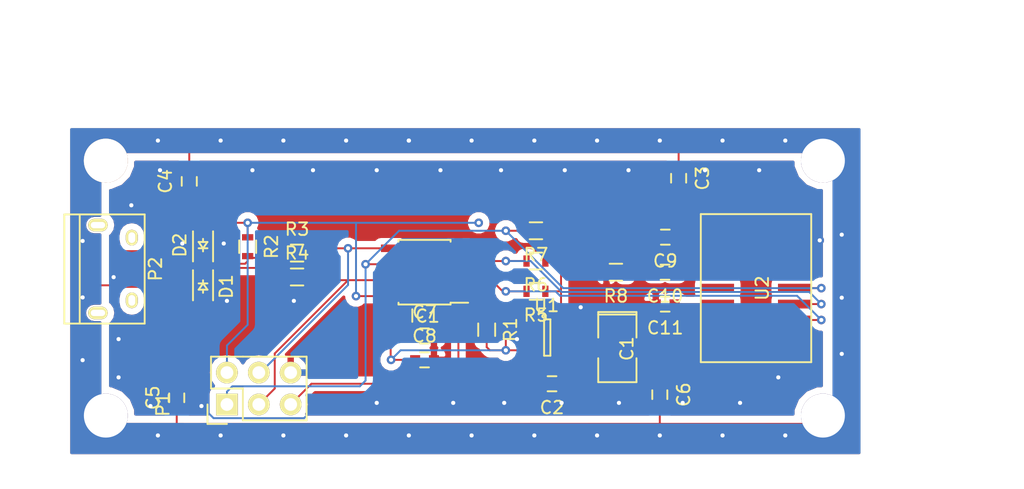
<source format=kicad_pcb>
(kicad_pcb (version 4) (host pcbnew 4.0.2+dfsg1-stable)

  (general
    (links 63)
    (no_connects 0)
    (area 130.494999 98.994999 193.505001 125.005001)
    (thickness 1.6002)
    (drawings 8)
    (tracks 340)
    (zones 0)
    (modules 30)
    (nets 17)
  )

  (page A4)
  (layers
    (0 Top signal)
    (31 Bottom signal)
    (33 F.Adhes user)
    (35 F.Paste user)
    (37 F.SilkS user)
    (39 F.Mask user)
    (40 Dwgs.User user)
    (41 Cmts.User user)
    (42 Eco1.User user)
    (43 Eco2.User user)
    (44 Edge.Cuts user)
    (45 Margin user)
    (47 F.CrtYd user)
    (49 F.Fab user)
  )

  (setup
    (last_trace_width 0.1524)
    (user_trace_width 5)
    (trace_clearance 0.1524)
    (zone_clearance 0)
    (zone_45_only no)
    (trace_min 0.1524)
    (segment_width 0.2)
    (edge_width 0.01)
    (via_size 0.6858)
    (via_drill 0.3302)
    (via_min_size 0.6858)
    (via_min_drill 0.3302)
    (uvia_size 0.762)
    (uvia_drill 0.508)
    (uvias_allowed no)
    (uvia_min_size 0)
    (uvia_min_drill 0)
    (pcb_text_width 0.3)
    (pcb_text_size 1.5 1.5)
    (mod_edge_width 0.15)
    (mod_text_size 1 1)
    (mod_text_width 0.15)
    (pad_size 3.5 3.5)
    (pad_drill 3.5)
    (pad_to_mask_clearance 0.2)
    (aux_axis_origin 130.5 99)
    (visible_elements FFFFFF7F)
    (pcbplotparams
      (layerselection 0x00030_80000001)
      (usegerberextensions false)
      (excludeedgelayer true)
      (linewidth 0.100000)
      (plotframeref false)
      (viasonmask false)
      (mode 1)
      (useauxorigin false)
      (hpglpennumber 1)
      (hpglpenspeed 20)
      (hpglpendiameter 15)
      (hpglpenoverlay 2)
      (psnegative false)
      (psa4output false)
      (plotreference true)
      (plotvalue true)
      (plotinvisibletext false)
      (padsonsilk false)
      (subtractmaskfromsilk false)
      (outputformat 1)
      (mirror false)
      (drillshape 1)
      (scaleselection 1)
      (outputdirectory ""))
  )

  (net 0 "")
  (net 1 vsens)
  (net 2 GND)
  (net 3 "Net-(C2-Pad1)")
  (net 4 GNDPWR)
  (net 5 vusb)
  (net 6 "Net-(C10-Pad1)")
  (net 7 "Net-(C10-Pad2)")
  (net 8 "Net-(C11-Pad1)")
  (net 9 /USB_P)
  (net 10 /USB_N)
  (net 11 /RST)
  (net 12 /SDA)
  (net 13 /SCL)
  (net 14 /MOSI)
  (net 15 /INT)
  (net 16 /SCK)

  (net_class Default "This is the default net class."
    (clearance 0.1524)
    (trace_width 0.1524)
    (via_dia 0.6858)
    (via_drill 0.3302)
    (uvia_dia 0.762)
    (uvia_drill 0.508)
    (add_net /INT)
    (add_net /MOSI)
    (add_net /RST)
    (add_net /SCK)
    (add_net /SCL)
    (add_net /SDA)
    (add_net /USB_N)
    (add_net /USB_P)
    (add_net GND)
    (add_net GNDPWR)
    (add_net "Net-(C10-Pad1)")
    (add_net "Net-(C10-Pad2)")
    (add_net "Net-(C11-Pad1)")
    (add_net "Net-(C2-Pad1)")
    (add_net vsens)
    (add_net vusb)
  )

  (net_class Border ""
    (clearance 0.1524)
    (trace_width 10)
    (via_dia 4)
    (via_drill 3.5)
    (uvia_dia 0.762)
    (uvia_drill 0.508)
  )

  (module Pin_Headers:Pin_Header_Straight_2x03 (layer Top) (tedit 54EA0A4B) (tstamp 5707E50A)
    (at 143.002 121.031 90)
    (descr "Through hole pin header")
    (tags "pin header")
    (path /570337FB)
    (fp_text reference P1 (at 0 -5.1 90) (layer F.SilkS)
      (effects (font (size 1 1) (thickness 0.15)))
    )
    (fp_text value CONN_02X03 (at 0 -3.1 90) (layer F.Fab)
      (effects (font (size 1 1) (thickness 0.15)))
    )
    (fp_line (start -1.27 1.27) (end -1.27 6.35) (layer F.SilkS) (width 0.15))
    (fp_line (start -1.55 -1.55) (end 0 -1.55) (layer F.SilkS) (width 0.15))
    (fp_line (start -1.75 -1.75) (end -1.75 6.85) (layer F.CrtYd) (width 0.05))
    (fp_line (start 4.3 -1.75) (end 4.3 6.85) (layer F.CrtYd) (width 0.05))
    (fp_line (start -1.75 -1.75) (end 4.3 -1.75) (layer F.CrtYd) (width 0.05))
    (fp_line (start -1.75 6.85) (end 4.3 6.85) (layer F.CrtYd) (width 0.05))
    (fp_line (start 1.27 -1.27) (end 1.27 1.27) (layer F.SilkS) (width 0.15))
    (fp_line (start 1.27 1.27) (end -1.27 1.27) (layer F.SilkS) (width 0.15))
    (fp_line (start -1.27 6.35) (end 3.81 6.35) (layer F.SilkS) (width 0.15))
    (fp_line (start 3.81 6.35) (end 3.81 1.27) (layer F.SilkS) (width 0.15))
    (fp_line (start -1.55 -1.55) (end -1.55 0) (layer F.SilkS) (width 0.15))
    (fp_line (start 3.81 -1.27) (end 1.27 -1.27) (layer F.SilkS) (width 0.15))
    (fp_line (start 3.81 1.27) (end 3.81 -1.27) (layer F.SilkS) (width 0.15))
    (pad 1 thru_hole rect (at 0 0 90) (size 1.7272 1.7272) (drill 1.016) (layers *.Cu *.Mask F.SilkS)
      (net 15 /INT))
    (pad 2 thru_hole oval (at 2.54 0 90) (size 1.7272 1.7272) (drill 1.016) (layers *.Cu *.Mask F.SilkS)
      (net 5 vusb))
    (pad 3 thru_hole oval (at 0 2.54 90) (size 1.7272 1.7272) (drill 1.016) (layers *.Cu *.Mask F.SilkS)
      (net 16 /SCK))
    (pad 4 thru_hole oval (at 2.54 2.54 90) (size 1.7272 1.7272) (drill 1.016) (layers *.Cu *.Mask F.SilkS)
      (net 14 /MOSI))
    (pad 5 thru_hole oval (at 0 5.08 90) (size 1.7272 1.7272) (drill 1.016) (layers *.Cu *.Mask F.SilkS)
      (net 11 /RST))
    (pad 6 thru_hole oval (at 2.54 5.08 90) (size 1.7272 1.7272) (drill 1.016) (layers *.Cu *.Mask F.SilkS)
      (net 2 GND))
    (model Pin_Headers.3dshapes/Pin_Header_Straight_2x03.wrl
      (at (xyz 0.05 -0.1 0))
      (scale (xyz 1 1 1))
      (rotate (xyz 0 0 90))
    )
  )

  (module Housings_SOIC:SOIC-8_3.9x4.9mm_Pitch1.27mm (layer Top) (tedit 54130A77) (tstamp 5707E4F3)
    (at 158.75 110.49 180)
    (descr "8-Lead Plastic Small Outline (SN) - Narrow, 3.90 mm Body [SOIC] (see Microchip Packaging Specification 00000049BS.pdf)")
    (tags "SOIC 1.27")
    (path /57033B8B)
    (attr smd)
    (fp_text reference IC1 (at 0 -3.5 180) (layer F.SilkS)
      (effects (font (size 1 1) (thickness 0.15)))
    )
    (fp_text value ATTINY45-S (at 0 3.5 180) (layer F.Fab)
      (effects (font (size 1 1) (thickness 0.15)))
    )
    (fp_line (start -3.75 -2.75) (end -3.75 2.75) (layer F.CrtYd) (width 0.05))
    (fp_line (start 3.75 -2.75) (end 3.75 2.75) (layer F.CrtYd) (width 0.05))
    (fp_line (start -3.75 -2.75) (end 3.75 -2.75) (layer F.CrtYd) (width 0.05))
    (fp_line (start -3.75 2.75) (end 3.75 2.75) (layer F.CrtYd) (width 0.05))
    (fp_line (start -2.075 -2.575) (end -2.075 -2.43) (layer F.SilkS) (width 0.15))
    (fp_line (start 2.075 -2.575) (end 2.075 -2.43) (layer F.SilkS) (width 0.15))
    (fp_line (start 2.075 2.575) (end 2.075 2.43) (layer F.SilkS) (width 0.15))
    (fp_line (start -2.075 2.575) (end -2.075 2.43) (layer F.SilkS) (width 0.15))
    (fp_line (start -2.075 -2.575) (end 2.075 -2.575) (layer F.SilkS) (width 0.15))
    (fp_line (start -2.075 2.575) (end 2.075 2.575) (layer F.SilkS) (width 0.15))
    (fp_line (start -2.075 -2.43) (end -3.475 -2.43) (layer F.SilkS) (width 0.15))
    (pad 1 smd rect (at -2.7 -1.905 180) (size 1.55 0.6) (layers Top F.Paste F.Mask)
      (net 11 /RST))
    (pad 2 smd rect (at -2.7 -0.635 180) (size 1.55 0.6) (layers Top F.Paste F.Mask)
      (net 12 /SDA))
    (pad 3 smd rect (at -2.7 0.635 180) (size 1.55 0.6) (layers Top F.Paste F.Mask)
      (net 13 /SCL))
    (pad 4 smd rect (at -2.7 1.905 180) (size 1.55 0.6) (layers Top F.Paste F.Mask)
      (net 2 GND))
    (pad 5 smd rect (at 2.7 1.905 180) (size 1.55 0.6) (layers Top F.Paste F.Mask)
      (net 14 /MOSI))
    (pad 6 smd rect (at 2.7 0.635 180) (size 1.55 0.6) (layers Top F.Paste F.Mask)
      (net 15 /INT))
    (pad 7 smd rect (at 2.7 -0.635 180) (size 1.55 0.6) (layers Top F.Paste F.Mask)
      (net 16 /SCK))
    (pad 8 smd rect (at 2.7 -1.905 180) (size 1.55 0.6) (layers Top F.Paste F.Mask)
      (net 5 vusb))
    (model Housings_SOIC.3dshapes/SOIC-8_3.9x4.9mm_Pitch1.27mm.wrl
      (at (xyz 0 0 0))
      (scale (xyz 1 1 1))
      (rotate (xyz 0 0 0))
    )
  )

  (module Mounting_Holes:MountingHole_3-5mm (layer Top) (tedit 570E3A4C) (tstamp 5706D4E4)
    (at 190.5 121.92)
    (descr "Mounting hole, Befestigungsbohrung, 3,5mm, No Annular, Kein Restring,")
    (tags "Mounting hole, Befestigungsbohrung, 3,5mm, No Annular, Kein Restring,")
    (fp_text reference REF** (at 0 -4.50088) (layer F.SilkS) hide
      (effects (font (size 1 1) (thickness 0.15)))
    )
    (fp_text value MountingHole_3-5mm (at 0 5.00126) (layer F.Fab)
      (effects (font (size 1 1) (thickness 0.15)))
    )
    (fp_circle (center 0 0) (end 3.5 0) (layer Cmts.User) (width 0.381))
    (pad 1 thru_hole circle (at 0 0) (size 3.5 3.5) (drill 3.5) (layers *.Cu)
      (net 4 GNDPWR))
  )

  (module Mounting_Holes:MountingHole_3-5mm (layer Top) (tedit 570E3A44) (tstamp 5706D4DF)
    (at 190.5 101.6)
    (descr "Mounting hole, Befestigungsbohrung, 3,5mm, No Annular, Kein Restring,")
    (tags "Mounting hole, Befestigungsbohrung, 3,5mm, No Annular, Kein Restring,")
    (fp_text reference REF** (at 0 -4.50088) (layer F.SilkS) hide
      (effects (font (size 1 1) (thickness 0.15)))
    )
    (fp_text value MountingHole_3-5mm (at 0 5.00126) (layer F.Fab)
      (effects (font (size 1 1) (thickness 0.15)))
    )
    (fp_circle (center 0 0) (end 3.5 0) (layer Cmts.User) (width 0.381))
    (pad 1 thru_hole circle (at 0 0) (size 3.5 3.5) (drill 3.5) (layers *.Cu)
      (net 4 GNDPWR))
  )

  (module Mounting_Holes:MountingHole_3-5mm (layer Top) (tedit 570E3A40) (tstamp 5706D4DA)
    (at 133.35 101.6)
    (descr "Mounting hole, Befestigungsbohrung, 3,5mm, No Annular, Kein Restring,")
    (tags "Mounting hole, Befestigungsbohrung, 3,5mm, No Annular, Kein Restring,")
    (fp_text reference REF** (at 0 -4.50088) (layer F.SilkS) hide
      (effects (font (size 1 1) (thickness 0.15)))
    )
    (fp_text value MountingHole_3-5mm (at 0 5.00126) (layer F.Fab)
      (effects (font (size 1 1) (thickness 0.15)))
    )
    (fp_circle (center 0 0) (end 3.5 0) (layer Cmts.User) (width 0.381))
    (pad 1 thru_hole circle (at 0 0) (size 3.5 3.5) (drill 3.5) (layers *.Cu *.SilkS *.Mask)
      (net 4 GNDPWR) (zone_connect 2))
  )

  (module Mounting_Holes:MountingHole_3-5mm (layer Top) (tedit 570E3A66) (tstamp 5706D3A7)
    (at 133.35 121.92)
    (descr "Mounting hole, Befestigungsbohrung, 3,5mm, No Annular, Kein Restring,")
    (tags "Mounting hole, Befestigungsbohrung, 3,5mm, No Annular, Kein Restring,")
    (fp_text reference REF** (at 0 -4.50088) (layer F.SilkS) hide
      (effects (font (size 1 1) (thickness 0.15)))
    )
    (fp_text value MountingHole_3-5mm (at 0 5.00126) (layer F.Fab)
      (effects (font (size 1 1) (thickness 0.15)))
    )
    (fp_circle (center 0 0) (end 3.5 0) (layer Cmts.User) (width 0.381))
    (pad 1 thru_hole circle (at 0 0) (size 3.5 3.5) (drill 3.5) (layers *.Cu)
      (net 4 GNDPWR) (zone_connect 2))
  )

  (module SMD_Packages:SMD-1210_Pol (layer Top) (tedit 0) (tstamp 5707E49F)
    (at 174.117 116.459 270)
    (tags "CMS SM")
    (path /570505FC)
    (attr smd)
    (fp_text reference C1 (at 0.127 -0.762 270) (layer F.SilkS)
      (effects (font (size 1 1) (thickness 0.15)))
    )
    (fp_text value 2.2uF (at 0 0.762 270) (layer F.Fab)
      (effects (font (size 1 1) (thickness 0.15)))
    )
    (fp_line (start -2.794 -1.524) (end -2.794 1.524) (layer F.SilkS) (width 0.15))
    (fp_line (start 0.889 1.524) (end 2.794 1.524) (layer F.SilkS) (width 0.15))
    (fp_line (start 2.794 1.524) (end 2.794 -1.524) (layer F.SilkS) (width 0.15))
    (fp_line (start 2.794 -1.524) (end 0.889 -1.524) (layer F.SilkS) (width 0.15))
    (fp_line (start -0.762 -1.524) (end -2.794 -1.524) (layer F.SilkS) (width 0.15))
    (fp_line (start -2.594 -1.524) (end -2.594 1.524) (layer F.SilkS) (width 0.15))
    (fp_line (start -2.794 1.524) (end -0.762 1.524) (layer F.SilkS) (width 0.15))
    (pad 1 smd rect (at -1.778 0 270) (size 1.778 2.794) (layers Top F.Paste F.Mask)
      (net 1 vsens))
    (pad 2 smd rect (at 1.778 0 270) (size 1.778 2.794) (layers Top F.Paste F.Mask)
      (net 2 GND))
    (model SMD_Packages.3dshapes/SMD-1210_Pol.wrl
      (at (xyz 0 0 0))
      (scale (xyz 0.2 0.2 0.2))
      (rotate (xyz 0 0 0))
    )
  )

  (module Capacitors_SMD:C_0603 (layer Top) (tedit 5415D631) (tstamp 5707E4A5)
    (at 168.91 119.38 180)
    (descr "Capacitor SMD 0603, reflow soldering, AVX (see smccp.pdf)")
    (tags "capacitor 0603")
    (path /5704F939)
    (attr smd)
    (fp_text reference C2 (at 0 -1.9 180) (layer F.SilkS)
      (effects (font (size 1 1) (thickness 0.15)))
    )
    (fp_text value 470pF (at 0 1.9 180) (layer F.Fab)
      (effects (font (size 1 1) (thickness 0.15)))
    )
    (fp_line (start -1.45 -0.75) (end 1.45 -0.75) (layer F.CrtYd) (width 0.05))
    (fp_line (start -1.45 0.75) (end 1.45 0.75) (layer F.CrtYd) (width 0.05))
    (fp_line (start -1.45 -0.75) (end -1.45 0.75) (layer F.CrtYd) (width 0.05))
    (fp_line (start 1.45 -0.75) (end 1.45 0.75) (layer F.CrtYd) (width 0.05))
    (fp_line (start -0.35 -0.6) (end 0.35 -0.6) (layer F.SilkS) (width 0.15))
    (fp_line (start 0.35 0.6) (end -0.35 0.6) (layer F.SilkS) (width 0.15))
    (pad 1 smd rect (at -0.75 0 180) (size 0.8 0.75) (layers Top F.Paste F.Mask)
      (net 3 "Net-(C2-Pad1)"))
    (pad 2 smd rect (at 0.75 0 180) (size 0.8 0.75) (layers Top F.Paste F.Mask)
      (net 2 GND))
    (model Capacitors_SMD.3dshapes/C_0603.wrl
      (at (xyz 0 0 0))
      (scale (xyz 1 1 1))
      (rotate (xyz 0 0 0))
    )
  )

  (module Capacitors_SMD:C_0603 (layer Top) (tedit 5415D631) (tstamp 5707E4AB)
    (at 179 103 270)
    (descr "Capacitor SMD 0603, reflow soldering, AVX (see smccp.pdf)")
    (tags "capacitor 0603")
    (path /5704515B)
    (attr smd)
    (fp_text reference C3 (at 0 -1.9 270) (layer F.SilkS)
      (effects (font (size 1 1) (thickness 0.15)))
    )
    (fp_text value DNF (at 0 1.9 270) (layer F.Fab)
      (effects (font (size 1 1) (thickness 0.15)))
    )
    (fp_line (start -1.45 -0.75) (end 1.45 -0.75) (layer F.CrtYd) (width 0.05))
    (fp_line (start -1.45 0.75) (end 1.45 0.75) (layer F.CrtYd) (width 0.05))
    (fp_line (start -1.45 -0.75) (end -1.45 0.75) (layer F.CrtYd) (width 0.05))
    (fp_line (start 1.45 -0.75) (end 1.45 0.75) (layer F.CrtYd) (width 0.05))
    (fp_line (start -0.35 -0.6) (end 0.35 -0.6) (layer F.SilkS) (width 0.15))
    (fp_line (start 0.35 0.6) (end -0.35 0.6) (layer F.SilkS) (width 0.15))
    (pad 1 smd rect (at -0.75 0 270) (size 0.8 0.75) (layers Top F.Paste F.Mask)
      (net 4 GNDPWR))
    (pad 2 smd rect (at 0.75 0 270) (size 0.8 0.75) (layers Top F.Paste F.Mask)
      (net 2 GND))
    (model Capacitors_SMD.3dshapes/C_0603.wrl
      (at (xyz 0 0 0))
      (scale (xyz 1 1 1))
      (rotate (xyz 0 0 0))
    )
  )

  (module Capacitors_SMD:C_0603 (layer Top) (tedit 5415D631) (tstamp 5707E4B1)
    (at 140 103.25 90)
    (descr "Capacitor SMD 0603, reflow soldering, AVX (see smccp.pdf)")
    (tags "capacitor 0603")
    (path /5703EAF7)
    (attr smd)
    (fp_text reference C4 (at 0 -1.9 90) (layer F.SilkS)
      (effects (font (size 1 1) (thickness 0.15)))
    )
    (fp_text value DNF (at 0 1.9 90) (layer F.Fab)
      (effects (font (size 1 1) (thickness 0.15)))
    )
    (fp_line (start -1.45 -0.75) (end 1.45 -0.75) (layer F.CrtYd) (width 0.05))
    (fp_line (start -1.45 0.75) (end 1.45 0.75) (layer F.CrtYd) (width 0.05))
    (fp_line (start -1.45 -0.75) (end -1.45 0.75) (layer F.CrtYd) (width 0.05))
    (fp_line (start 1.45 -0.75) (end 1.45 0.75) (layer F.CrtYd) (width 0.05))
    (fp_line (start -0.35 -0.6) (end 0.35 -0.6) (layer F.SilkS) (width 0.15))
    (fp_line (start 0.35 0.6) (end -0.35 0.6) (layer F.SilkS) (width 0.15))
    (pad 1 smd rect (at -0.75 0 90) (size 0.8 0.75) (layers Top F.Paste F.Mask)
      (net 2 GND))
    (pad 2 smd rect (at 0.75 0 90) (size 0.8 0.75) (layers Top F.Paste F.Mask)
      (net 4 GNDPWR))
    (model Capacitors_SMD.3dshapes/C_0603.wrl
      (at (xyz 0 0 0))
      (scale (xyz 1 1 1))
      (rotate (xyz 0 0 0))
    )
  )

  (module Capacitors_SMD:C_0603 (layer Top) (tedit 5415D631) (tstamp 5707E4B7)
    (at 139 120.5 90)
    (descr "Capacitor SMD 0603, reflow soldering, AVX (see smccp.pdf)")
    (tags "capacitor 0603")
    (path /5704505A)
    (attr smd)
    (fp_text reference C5 (at 0 -1.9 90) (layer F.SilkS)
      (effects (font (size 1 1) (thickness 0.15)))
    )
    (fp_text value DNF (at 0 1.9 90) (layer F.Fab)
      (effects (font (size 1 1) (thickness 0.15)))
    )
    (fp_line (start -1.45 -0.75) (end 1.45 -0.75) (layer F.CrtYd) (width 0.05))
    (fp_line (start -1.45 0.75) (end 1.45 0.75) (layer F.CrtYd) (width 0.05))
    (fp_line (start -1.45 -0.75) (end -1.45 0.75) (layer F.CrtYd) (width 0.05))
    (fp_line (start 1.45 -0.75) (end 1.45 0.75) (layer F.CrtYd) (width 0.05))
    (fp_line (start -0.35 -0.6) (end 0.35 -0.6) (layer F.SilkS) (width 0.15))
    (fp_line (start 0.35 0.6) (end -0.35 0.6) (layer F.SilkS) (width 0.15))
    (pad 1 smd rect (at -0.75 0 90) (size 0.8 0.75) (layers Top F.Paste F.Mask)
      (net 4 GNDPWR))
    (pad 2 smd rect (at 0.75 0 90) (size 0.8 0.75) (layers Top F.Paste F.Mask)
      (net 2 GND))
    (model Capacitors_SMD.3dshapes/C_0603.wrl
      (at (xyz 0 0 0))
      (scale (xyz 1 1 1))
      (rotate (xyz 0 0 0))
    )
  )

  (module Capacitors_SMD:C_0603 (layer Top) (tedit 5415D631) (tstamp 5707E4BD)
    (at 177.5 120.25 270)
    (descr "Capacitor SMD 0603, reflow soldering, AVX (see smccp.pdf)")
    (tags "capacitor 0603")
    (path /5703E870)
    (attr smd)
    (fp_text reference C6 (at 0 -1.9 270) (layer F.SilkS)
      (effects (font (size 1 1) (thickness 0.15)))
    )
    (fp_text value DNF (at 0 1.9 270) (layer F.Fab)
      (effects (font (size 1 1) (thickness 0.15)))
    )
    (fp_line (start -1.45 -0.75) (end 1.45 -0.75) (layer F.CrtYd) (width 0.05))
    (fp_line (start -1.45 0.75) (end 1.45 0.75) (layer F.CrtYd) (width 0.05))
    (fp_line (start -1.45 -0.75) (end -1.45 0.75) (layer F.CrtYd) (width 0.05))
    (fp_line (start 1.45 -0.75) (end 1.45 0.75) (layer F.CrtYd) (width 0.05))
    (fp_line (start -0.35 -0.6) (end 0.35 -0.6) (layer F.SilkS) (width 0.15))
    (fp_line (start 0.35 0.6) (end -0.35 0.6) (layer F.SilkS) (width 0.15))
    (pad 1 smd rect (at -0.75 0 270) (size 0.8 0.75) (layers Top F.Paste F.Mask)
      (net 2 GND))
    (pad 2 smd rect (at 0.75 0 270) (size 0.8 0.75) (layers Top F.Paste F.Mask)
      (net 4 GNDPWR))
    (model Capacitors_SMD.3dshapes/C_0603.wrl
      (at (xyz 0 0 0))
      (scale (xyz 1 1 1))
      (rotate (xyz 0 0 0))
    )
  )

  (module Capacitors_SMD:C_0603 (layer Top) (tedit 5415D631) (tstamp 5707E4C3)
    (at 158.75 115.57)
    (descr "Capacitor SMD 0603, reflow soldering, AVX (see smccp.pdf)")
    (tags "capacitor 0603")
    (path /57039459)
    (attr smd)
    (fp_text reference C7 (at 0 -1.9) (layer F.SilkS)
      (effects (font (size 1 1) (thickness 0.15)))
    )
    (fp_text value 10uF (at 0 1.9) (layer F.Fab)
      (effects (font (size 1 1) (thickness 0.15)))
    )
    (fp_line (start -1.45 -0.75) (end 1.45 -0.75) (layer F.CrtYd) (width 0.05))
    (fp_line (start -1.45 0.75) (end 1.45 0.75) (layer F.CrtYd) (width 0.05))
    (fp_line (start -1.45 -0.75) (end -1.45 0.75) (layer F.CrtYd) (width 0.05))
    (fp_line (start 1.45 -0.75) (end 1.45 0.75) (layer F.CrtYd) (width 0.05))
    (fp_line (start -0.35 -0.6) (end 0.35 -0.6) (layer F.SilkS) (width 0.15))
    (fp_line (start 0.35 0.6) (end -0.35 0.6) (layer F.SilkS) (width 0.15))
    (pad 1 smd rect (at -0.75 0) (size 0.8 0.75) (layers Top F.Paste F.Mask)
      (net 5 vusb))
    (pad 2 smd rect (at 0.75 0) (size 0.8 0.75) (layers Top F.Paste F.Mask)
      (net 2 GND))
    (model Capacitors_SMD.3dshapes/C_0603.wrl
      (at (xyz 0 0 0))
      (scale (xyz 1 1 1))
      (rotate (xyz 0 0 0))
    )
  )

  (module Capacitors_SMD:C_0603 (layer Top) (tedit 5415D631) (tstamp 5707E4C9)
    (at 158.75 117.475)
    (descr "Capacitor SMD 0603, reflow soldering, AVX (see smccp.pdf)")
    (tags "capacitor 0603")
    (path /57039414)
    (attr smd)
    (fp_text reference C8 (at 0 -1.9) (layer F.SilkS)
      (effects (font (size 1 1) (thickness 0.15)))
    )
    (fp_text value 0.1uF (at 0 1.9) (layer F.Fab)
      (effects (font (size 1 1) (thickness 0.15)))
    )
    (fp_line (start -1.45 -0.75) (end 1.45 -0.75) (layer F.CrtYd) (width 0.05))
    (fp_line (start -1.45 0.75) (end 1.45 0.75) (layer F.CrtYd) (width 0.05))
    (fp_line (start -1.45 -0.75) (end -1.45 0.75) (layer F.CrtYd) (width 0.05))
    (fp_line (start 1.45 -0.75) (end 1.45 0.75) (layer F.CrtYd) (width 0.05))
    (fp_line (start -0.35 -0.6) (end 0.35 -0.6) (layer F.SilkS) (width 0.15))
    (fp_line (start 0.35 0.6) (end -0.35 0.6) (layer F.SilkS) (width 0.15))
    (pad 1 smd rect (at -0.75 0) (size 0.8 0.75) (layers Top F.Paste F.Mask)
      (net 5 vusb))
    (pad 2 smd rect (at 0.75 0) (size 0.8 0.75) (layers Top F.Paste F.Mask)
      (net 2 GND))
    (model Capacitors_SMD.3dshapes/C_0603.wrl
      (at (xyz 0 0 0))
      (scale (xyz 1 1 1))
      (rotate (xyz 0 0 0))
    )
  )

  (module Capacitors_SMD:C_0603 (layer Top) (tedit 5415D631) (tstamp 5707E4CF)
    (at 177.939 107.696 180)
    (descr "Capacitor SMD 0603, reflow soldering, AVX (see smccp.pdf)")
    (tags "capacitor 0603")
    (path /57038A04)
    (attr smd)
    (fp_text reference C9 (at 0 -1.9 180) (layer F.SilkS)
      (effects (font (size 1 1) (thickness 0.15)))
    )
    (fp_text value 10uF (at 0 1.9 180) (layer F.Fab)
      (effects (font (size 1 1) (thickness 0.15)))
    )
    (fp_line (start -1.45 -0.75) (end 1.45 -0.75) (layer F.CrtYd) (width 0.05))
    (fp_line (start -1.45 0.75) (end 1.45 0.75) (layer F.CrtYd) (width 0.05))
    (fp_line (start -1.45 -0.75) (end -1.45 0.75) (layer F.CrtYd) (width 0.05))
    (fp_line (start 1.45 -0.75) (end 1.45 0.75) (layer F.CrtYd) (width 0.05))
    (fp_line (start -0.35 -0.6) (end 0.35 -0.6) (layer F.SilkS) (width 0.15))
    (fp_line (start 0.35 0.6) (end -0.35 0.6) (layer F.SilkS) (width 0.15))
    (pad 1 smd rect (at -0.75 0 180) (size 0.8 0.75) (layers Top F.Paste F.Mask)
      (net 1 vsens))
    (pad 2 smd rect (at 0.75 0 180) (size 0.8 0.75) (layers Top F.Paste F.Mask)
      (net 2 GND))
    (model Capacitors_SMD.3dshapes/C_0603.wrl
      (at (xyz 0 0 0))
      (scale (xyz 1 1 1))
      (rotate (xyz 0 0 0))
    )
  )

  (module Capacitors_SMD:C_0603 (layer Top) (tedit 5415D631) (tstamp 5707E4D5)
    (at 177.915 110.49 180)
    (descr "Capacitor SMD 0603, reflow soldering, AVX (see smccp.pdf)")
    (tags "capacitor 0603")
    (path /57038DF1)
    (attr smd)
    (fp_text reference C10 (at 0 -1.9 180) (layer F.SilkS)
      (effects (font (size 1 1) (thickness 0.15)))
    )
    (fp_text value 1uF (at 0 1.9 180) (layer F.Fab)
      (effects (font (size 1 1) (thickness 0.15)))
    )
    (fp_line (start -1.45 -0.75) (end 1.45 -0.75) (layer F.CrtYd) (width 0.05))
    (fp_line (start -1.45 0.75) (end 1.45 0.75) (layer F.CrtYd) (width 0.05))
    (fp_line (start -1.45 -0.75) (end -1.45 0.75) (layer F.CrtYd) (width 0.05))
    (fp_line (start 1.45 -0.75) (end 1.45 0.75) (layer F.CrtYd) (width 0.05))
    (fp_line (start -0.35 -0.6) (end 0.35 -0.6) (layer F.SilkS) (width 0.15))
    (fp_line (start 0.35 0.6) (end -0.35 0.6) (layer F.SilkS) (width 0.15))
    (pad 1 smd rect (at -0.75 0 180) (size 0.8 0.75) (layers Top F.Paste F.Mask)
      (net 6 "Net-(C10-Pad1)"))
    (pad 2 smd rect (at 0.75 0 180) (size 0.8 0.75) (layers Top F.Paste F.Mask)
      (net 7 "Net-(C10-Pad2)"))
    (model Capacitors_SMD.3dshapes/C_0603.wrl
      (at (xyz 0 0 0))
      (scale (xyz 1 1 1))
      (rotate (xyz 0 0 0))
    )
  )

  (module Capacitors_SMD:C_0603 (layer Top) (tedit 5415D631) (tstamp 5707E4DB)
    (at 177.927 113.03 180)
    (descr "Capacitor SMD 0603, reflow soldering, AVX (see smccp.pdf)")
    (tags "capacitor 0603")
    (path /57038D8A)
    (attr smd)
    (fp_text reference C11 (at 0 -1.9 180) (layer F.SilkS)
      (effects (font (size 1 1) (thickness 0.15)))
    )
    (fp_text value 1.5uF (at 0 1.9 180) (layer F.Fab)
      (effects (font (size 1 1) (thickness 0.15)))
    )
    (fp_line (start -1.45 -0.75) (end 1.45 -0.75) (layer F.CrtYd) (width 0.05))
    (fp_line (start -1.45 0.75) (end 1.45 0.75) (layer F.CrtYd) (width 0.05))
    (fp_line (start -1.45 -0.75) (end -1.45 0.75) (layer F.CrtYd) (width 0.05))
    (fp_line (start 1.45 -0.75) (end 1.45 0.75) (layer F.CrtYd) (width 0.05))
    (fp_line (start -0.35 -0.6) (end 0.35 -0.6) (layer F.SilkS) (width 0.15))
    (fp_line (start 0.35 0.6) (end -0.35 0.6) (layer F.SilkS) (width 0.15))
    (pad 1 smd rect (at -0.75 0 180) (size 0.8 0.75) (layers Top F.Paste F.Mask)
      (net 8 "Net-(C11-Pad1)"))
    (pad 2 smd rect (at 0.75 0 180) (size 0.8 0.75) (layers Top F.Paste F.Mask)
      (net 2 GND))
    (model Capacitors_SMD.3dshapes/C_0603.wrl
      (at (xyz 0 0 0))
      (scale (xyz 1 1 1))
      (rotate (xyz 0 0 0))
    )
  )

  (module Diodes_SMD:SOD-323 (layer Top) (tedit 5530FC5E) (tstamp 5707E4E1)
    (at 141.097 111.633 270)
    (descr SOD-323)
    (tags SOD-323)
    (path /5705151D)
    (attr smd)
    (fp_text reference D1 (at 0 -1.85 270) (layer F.SilkS)
      (effects (font (size 1 1) (thickness 0.15)))
    )
    (fp_text value 3V6 (at 0.1 1.9 270) (layer F.Fab)
      (effects (font (size 1 1) (thickness 0.15)))
    )
    (fp_line (start 0.25 0) (end 0.5 0) (layer F.SilkS) (width 0.15))
    (fp_line (start -0.25 0) (end -0.5 0) (layer F.SilkS) (width 0.15))
    (fp_line (start -0.25 0) (end 0.25 -0.35) (layer F.SilkS) (width 0.15))
    (fp_line (start 0.25 -0.35) (end 0.25 0.35) (layer F.SilkS) (width 0.15))
    (fp_line (start 0.25 0.35) (end -0.25 0) (layer F.SilkS) (width 0.15))
    (fp_line (start -0.25 -0.35) (end -0.25 0.35) (layer F.SilkS) (width 0.15))
    (fp_line (start -1.5 -0.95) (end 1.5 -0.95) (layer F.CrtYd) (width 0.05))
    (fp_line (start 1.5 -0.95) (end 1.5 0.95) (layer F.CrtYd) (width 0.05))
    (fp_line (start -1.5 0.95) (end 1.5 0.95) (layer F.CrtYd) (width 0.05))
    (fp_line (start -1.5 -0.95) (end -1.5 0.95) (layer F.CrtYd) (width 0.05))
    (fp_line (start -1.3 0.8) (end 1.1 0.8) (layer F.SilkS) (width 0.15))
    (fp_line (start -1.3 -0.8) (end 1.1 -0.8) (layer F.SilkS) (width 0.15))
    (pad 1 smd rect (at -1.055 0 270) (size 0.59 0.45) (layers Top F.Paste F.Mask)
      (net 9 /USB_P))
    (pad 2 smd rect (at 1.055 0 270) (size 0.59 0.45) (layers Top F.Paste F.Mask)
      (net 2 GND))
  )

  (module Diodes_SMD:SOD-323 (layer Top) (tedit 5530FC5E) (tstamp 5707E4E7)
    (at 141.097 108.331 90)
    (descr SOD-323)
    (tags SOD-323)
    (path /57052587)
    (attr smd)
    (fp_text reference D2 (at 0 -1.85 90) (layer F.SilkS)
      (effects (font (size 1 1) (thickness 0.15)))
    )
    (fp_text value 3V6 (at 0.1 1.9 90) (layer F.Fab)
      (effects (font (size 1 1) (thickness 0.15)))
    )
    (fp_line (start 0.25 0) (end 0.5 0) (layer F.SilkS) (width 0.15))
    (fp_line (start -0.25 0) (end -0.5 0) (layer F.SilkS) (width 0.15))
    (fp_line (start -0.25 0) (end 0.25 -0.35) (layer F.SilkS) (width 0.15))
    (fp_line (start 0.25 -0.35) (end 0.25 0.35) (layer F.SilkS) (width 0.15))
    (fp_line (start 0.25 0.35) (end -0.25 0) (layer F.SilkS) (width 0.15))
    (fp_line (start -0.25 -0.35) (end -0.25 0.35) (layer F.SilkS) (width 0.15))
    (fp_line (start -1.5 -0.95) (end 1.5 -0.95) (layer F.CrtYd) (width 0.05))
    (fp_line (start 1.5 -0.95) (end 1.5 0.95) (layer F.CrtYd) (width 0.05))
    (fp_line (start -1.5 0.95) (end 1.5 0.95) (layer F.CrtYd) (width 0.05))
    (fp_line (start -1.5 -0.95) (end -1.5 0.95) (layer F.CrtYd) (width 0.05))
    (fp_line (start -1.3 0.8) (end 1.1 0.8) (layer F.SilkS) (width 0.15))
    (fp_line (start -1.3 -0.8) (end 1.1 -0.8) (layer F.SilkS) (width 0.15))
    (pad 1 smd rect (at -1.055 0 90) (size 0.59 0.45) (layers Top F.Paste F.Mask)
      (net 10 /USB_N))
    (pad 2 smd rect (at 1.055 0 90) (size 0.59 0.45) (layers Top F.Paste F.Mask)
      (net 2 GND))
  )

  (module Connect:USB_Micro-B (layer Top) (tedit 5543E447) (tstamp 5707E520)
    (at 133.858 110.236 270)
    (descr "Micro USB Type B Receptacle")
    (tags "USB USB_B USB_micro USB_OTG")
    (path /57033B05)
    (attr smd)
    (fp_text reference P2 (at 0 -3.45 270) (layer F.SilkS)
      (effects (font (size 1 1) (thickness 0.15)))
    )
    (fp_text value USB_B (at 0 4.8 270) (layer F.Fab)
      (effects (font (size 1 1) (thickness 0.15)))
    )
    (fp_line (start -4.6 -2.8) (end 4.6 -2.8) (layer F.CrtYd) (width 0.05))
    (fp_line (start 4.6 -2.8) (end 4.6 4.05) (layer F.CrtYd) (width 0.05))
    (fp_line (start 4.6 4.05) (end -4.6 4.05) (layer F.CrtYd) (width 0.05))
    (fp_line (start -4.6 4.05) (end -4.6 -2.8) (layer F.CrtYd) (width 0.05))
    (fp_line (start -4.3509 3.81746) (end 4.3491 3.81746) (layer F.SilkS) (width 0.15))
    (fp_line (start -4.3509 -2.58754) (end 4.3491 -2.58754) (layer F.SilkS) (width 0.15))
    (fp_line (start 4.3491 -2.58754) (end 4.3491 3.81746) (layer F.SilkS) (width 0.15))
    (fp_line (start 4.3491 2.58746) (end -4.3509 2.58746) (layer F.SilkS) (width 0.15))
    (fp_line (start -4.3509 3.81746) (end -4.3509 -2.58754) (layer F.SilkS) (width 0.15))
    (pad 1 smd rect (at -1.3009 -1.56254) (size 1.35 0.4) (layers Top F.Paste F.Mask)
      (net 5 vusb))
    (pad 2 smd rect (at -0.6509 -1.56254) (size 1.35 0.4) (layers Top F.Paste F.Mask)
      (net 10 /USB_N))
    (pad 3 smd rect (at -0.0009 -1.56254) (size 1.35 0.4) (layers Top F.Paste F.Mask)
      (net 9 /USB_P))
    (pad 4 smd rect (at 0.6491 -1.56254) (size 1.35 0.4) (layers Top F.Paste F.Mask)
      (net 2 GND))
    (pad 5 smd rect (at 1.2991 -1.56254) (size 1.35 0.4) (layers Top F.Paste F.Mask)
      (net 4 GNDPWR))
    (pad 6 thru_hole oval (at -2.5009 -1.56254) (size 0.95 1.25) (drill oval 0.55 0.85) (layers *.Cu *.Mask F.SilkS))
    (pad 6 thru_hole oval (at 2.4991 -1.56254) (size 0.95 1.25) (drill oval 0.55 0.85) (layers *.Cu *.Mask F.SilkS))
    (pad 6 thru_hole oval (at -3.5009 1.13746) (size 1.55 1) (drill oval 1.15 0.5) (layers *.Cu *.Mask F.SilkS))
    (pad 6 thru_hole oval (at 3.4991 1.13746) (size 1.55 1) (drill oval 1.15 0.5) (layers *.Cu *.Mask F.SilkS))
    (model /home/lod/projects/microwave/electronics/grideye_usb/usb.3dmodel/10118194.wrl
      (at (xyz 0 0 0))
      (scale (xyz 1 1 1))
      (rotate (xyz 0 0 0))
    )
  )

  (module Resistors_SMD:R_0603 (layer Top) (tedit 5415CC62) (tstamp 5707E526)
    (at 163.703 115.074 270)
    (descr "Resistor SMD 0603, reflow soldering, Vishay (see dcrcw.pdf)")
    (tags "resistor 0603")
    (path /5704EFE4)
    (attr smd)
    (fp_text reference R1 (at 0 -1.9 270) (layer F.SilkS)
      (effects (font (size 1 1) (thickness 0.15)))
    )
    (fp_text value DNF (at 0 1.9 270) (layer F.Fab)
      (effects (font (size 1 1) (thickness 0.15)))
    )
    (fp_line (start -1.3 -0.8) (end 1.3 -0.8) (layer F.CrtYd) (width 0.05))
    (fp_line (start -1.3 0.8) (end 1.3 0.8) (layer F.CrtYd) (width 0.05))
    (fp_line (start -1.3 -0.8) (end -1.3 0.8) (layer F.CrtYd) (width 0.05))
    (fp_line (start 1.3 -0.8) (end 1.3 0.8) (layer F.CrtYd) (width 0.05))
    (fp_line (start 0.5 0.675) (end -0.5 0.675) (layer F.SilkS) (width 0.15))
    (fp_line (start -0.5 -0.675) (end 0.5 -0.675) (layer F.SilkS) (width 0.15))
    (pad 1 smd rect (at -0.75 0 270) (size 0.5 0.9) (layers Top F.Paste F.Mask)
      (net 1 vsens))
    (pad 2 smd rect (at 0.75 0 270) (size 0.5 0.9) (layers Top F.Paste F.Mask)
      (net 5 vusb))
    (model Resistors_SMD.3dshapes/R_0603.wrl
      (at (xyz 0 0 0))
      (scale (xyz 1 1 1))
      (rotate (xyz 0 0 0))
    )
  )

  (module Resistors_SMD:R_0603 (layer Top) (tedit 5415CC62) (tstamp 5707E52C)
    (at 144.653 108.458 270)
    (descr "Resistor SMD 0603, reflow soldering, Vishay (see dcrcw.pdf)")
    (tags "resistor 0603")
    (path /57033FFD)
    (attr smd)
    (fp_text reference R2 (at 0 -1.9 270) (layer F.SilkS)
      (effects (font (size 1 1) (thickness 0.15)))
    )
    (fp_text value 1k5 (at 0 1.9 270) (layer F.Fab)
      (effects (font (size 1 1) (thickness 0.15)))
    )
    (fp_line (start -1.3 -0.8) (end 1.3 -0.8) (layer F.CrtYd) (width 0.05))
    (fp_line (start -1.3 0.8) (end 1.3 0.8) (layer F.CrtYd) (width 0.05))
    (fp_line (start -1.3 -0.8) (end -1.3 0.8) (layer F.CrtYd) (width 0.05))
    (fp_line (start 1.3 -0.8) (end 1.3 0.8) (layer F.CrtYd) (width 0.05))
    (fp_line (start 0.5 0.675) (end -0.5 0.675) (layer F.SilkS) (width 0.15))
    (fp_line (start -0.5 -0.675) (end 0.5 -0.675) (layer F.SilkS) (width 0.15))
    (pad 1 smd rect (at -0.75 0 270) (size 0.5 0.9) (layers Top F.Paste F.Mask)
      (net 5 vusb))
    (pad 2 smd rect (at 0.75 0 270) (size 0.5 0.9) (layers Top F.Paste F.Mask)
      (net 10 /USB_N))
    (model Resistors_SMD.3dshapes/R_0603.wrl
      (at (xyz 0 0 0))
      (scale (xyz 1 1 1))
      (rotate (xyz 0 0 0))
    )
  )

  (module Resistors_SMD:R_0603 (layer Top) (tedit 5415CC62) (tstamp 5707E532)
    (at 148.59 108.966)
    (descr "Resistor SMD 0603, reflow soldering, Vishay (see dcrcw.pdf)")
    (tags "resistor 0603")
    (path /57033E46)
    (attr smd)
    (fp_text reference R3 (at 0 -1.9) (layer F.SilkS)
      (effects (font (size 1 1) (thickness 0.15)))
    )
    (fp_text value 68R (at 0 1.9) (layer F.Fab)
      (effects (font (size 1 1) (thickness 0.15)))
    )
    (fp_line (start -1.3 -0.8) (end 1.3 -0.8) (layer F.CrtYd) (width 0.05))
    (fp_line (start -1.3 0.8) (end 1.3 0.8) (layer F.CrtYd) (width 0.05))
    (fp_line (start -1.3 -0.8) (end -1.3 0.8) (layer F.CrtYd) (width 0.05))
    (fp_line (start 1.3 -0.8) (end 1.3 0.8) (layer F.CrtYd) (width 0.05))
    (fp_line (start 0.5 0.675) (end -0.5 0.675) (layer F.SilkS) (width 0.15))
    (fp_line (start -0.5 -0.675) (end 0.5 -0.675) (layer F.SilkS) (width 0.15))
    (pad 1 smd rect (at -0.75 0) (size 0.5 0.9) (layers Top F.Paste F.Mask)
      (net 10 /USB_N))
    (pad 2 smd rect (at 0.75 0) (size 0.5 0.9) (layers Top F.Paste F.Mask)
      (net 14 /MOSI))
    (model Resistors_SMD.3dshapes/R_0603.wrl
      (at (xyz 0 0 0))
      (scale (xyz 1 1 1))
      (rotate (xyz 0 0 0))
    )
  )

  (module Resistors_SMD:R_0603 (layer Top) (tedit 5415CC62) (tstamp 5707E538)
    (at 148.59 110.871)
    (descr "Resistor SMD 0603, reflow soldering, Vishay (see dcrcw.pdf)")
    (tags "resistor 0603")
    (path /57033EBD)
    (attr smd)
    (fp_text reference R4 (at 0 -1.9) (layer F.SilkS)
      (effects (font (size 1 1) (thickness 0.15)))
    )
    (fp_text value 68R (at 0 1.9) (layer F.Fab)
      (effects (font (size 1 1) (thickness 0.15)))
    )
    (fp_line (start -1.3 -0.8) (end 1.3 -0.8) (layer F.CrtYd) (width 0.05))
    (fp_line (start -1.3 0.8) (end 1.3 0.8) (layer F.CrtYd) (width 0.05))
    (fp_line (start -1.3 -0.8) (end -1.3 0.8) (layer F.CrtYd) (width 0.05))
    (fp_line (start 1.3 -0.8) (end 1.3 0.8) (layer F.CrtYd) (width 0.05))
    (fp_line (start 0.5 0.675) (end -0.5 0.675) (layer F.SilkS) (width 0.15))
    (fp_line (start -0.5 -0.675) (end 0.5 -0.675) (layer F.SilkS) (width 0.15))
    (pad 1 smd rect (at -0.75 0) (size 0.5 0.9) (layers Top F.Paste F.Mask)
      (net 9 /USB_P))
    (pad 2 smd rect (at 0.75 0) (size 0.5 0.9) (layers Top F.Paste F.Mask)
      (net 16 /SCK))
    (model Resistors_SMD.3dshapes/R_0603.wrl
      (at (xyz 0 0 0))
      (scale (xyz 1 1 1))
      (rotate (xyz 0 0 0))
    )
  )

  (module Resistors_SMD:R_0603 (layer Top) (tedit 5415CC62) (tstamp 5707E53E)
    (at 167.628 112.014 180)
    (descr "Resistor SMD 0603, reflow soldering, Vishay (see dcrcw.pdf)")
    (tags "resistor 0603")
    (path /5703825E)
    (attr smd)
    (fp_text reference R5 (at 0 -1.9 180) (layer F.SilkS)
      (effects (font (size 1 1) (thickness 0.15)))
    )
    (fp_text value 10k (at 0 1.9 180) (layer F.Fab)
      (effects (font (size 1 1) (thickness 0.15)))
    )
    (fp_line (start -1.3 -0.8) (end 1.3 -0.8) (layer F.CrtYd) (width 0.05))
    (fp_line (start -1.3 0.8) (end 1.3 0.8) (layer F.CrtYd) (width 0.05))
    (fp_line (start -1.3 -0.8) (end -1.3 0.8) (layer F.CrtYd) (width 0.05))
    (fp_line (start 1.3 -0.8) (end 1.3 0.8) (layer F.CrtYd) (width 0.05))
    (fp_line (start 0.5 0.675) (end -0.5 0.675) (layer F.SilkS) (width 0.15))
    (fp_line (start -0.5 -0.675) (end 0.5 -0.675) (layer F.SilkS) (width 0.15))
    (pad 1 smd rect (at -0.75 0 180) (size 0.5 0.9) (layers Top F.Paste F.Mask)
      (net 1 vsens))
    (pad 2 smd rect (at 0.75 0 180) (size 0.5 0.9) (layers Top F.Paste F.Mask)
      (net 12 /SDA))
    (model Resistors_SMD.3dshapes/R_0603.wrl
      (at (xyz 0 0 0))
      (scale (xyz 1 1 1))
      (rotate (xyz 0 0 0))
    )
  )

  (module Resistors_SMD:R_0603 (layer Top) (tedit 5415CC62) (tstamp 5707E544)
    (at 167.628 109.601 180)
    (descr "Resistor SMD 0603, reflow soldering, Vishay (see dcrcw.pdf)")
    (tags "resistor 0603")
    (path /57038295)
    (attr smd)
    (fp_text reference R6 (at 0 -1.9 180) (layer F.SilkS)
      (effects (font (size 1 1) (thickness 0.15)))
    )
    (fp_text value 10k (at 0 1.9 180) (layer F.Fab)
      (effects (font (size 1 1) (thickness 0.15)))
    )
    (fp_line (start -1.3 -0.8) (end 1.3 -0.8) (layer F.CrtYd) (width 0.05))
    (fp_line (start -1.3 0.8) (end 1.3 0.8) (layer F.CrtYd) (width 0.05))
    (fp_line (start -1.3 -0.8) (end -1.3 0.8) (layer F.CrtYd) (width 0.05))
    (fp_line (start 1.3 -0.8) (end 1.3 0.8) (layer F.CrtYd) (width 0.05))
    (fp_line (start 0.5 0.675) (end -0.5 0.675) (layer F.SilkS) (width 0.15))
    (fp_line (start -0.5 -0.675) (end 0.5 -0.675) (layer F.SilkS) (width 0.15))
    (pad 1 smd rect (at -0.75 0 180) (size 0.5 0.9) (layers Top F.Paste F.Mask)
      (net 1 vsens))
    (pad 2 smd rect (at 0.75 0 180) (size 0.5 0.9) (layers Top F.Paste F.Mask)
      (net 13 /SCL))
    (model Resistors_SMD.3dshapes/R_0603.wrl
      (at (xyz 0 0 0))
      (scale (xyz 1 1 1))
      (rotate (xyz 0 0 0))
    )
  )

  (module Resistors_SMD:R_0603 (layer Top) (tedit 5415CC62) (tstamp 5707E54A)
    (at 167.628 107.188 180)
    (descr "Resistor SMD 0603, reflow soldering, Vishay (see dcrcw.pdf)")
    (tags "resistor 0603")
    (path /570382C0)
    (attr smd)
    (fp_text reference R7 (at 0 -1.9 180) (layer F.SilkS)
      (effects (font (size 1 1) (thickness 0.15)))
    )
    (fp_text value 10k (at 0 1.9 180) (layer F.Fab)
      (effects (font (size 1 1) (thickness 0.15)))
    )
    (fp_line (start -1.3 -0.8) (end 1.3 -0.8) (layer F.CrtYd) (width 0.05))
    (fp_line (start -1.3 0.8) (end 1.3 0.8) (layer F.CrtYd) (width 0.05))
    (fp_line (start -1.3 -0.8) (end -1.3 0.8) (layer F.CrtYd) (width 0.05))
    (fp_line (start 1.3 -0.8) (end 1.3 0.8) (layer F.CrtYd) (width 0.05))
    (fp_line (start 0.5 0.675) (end -0.5 0.675) (layer F.SilkS) (width 0.15))
    (fp_line (start -0.5 -0.675) (end 0.5 -0.675) (layer F.SilkS) (width 0.15))
    (pad 1 smd rect (at -0.75 0 180) (size 0.5 0.9) (layers Top F.Paste F.Mask)
      (net 1 vsens))
    (pad 2 smd rect (at 0.75 0 180) (size 0.5 0.9) (layers Top F.Paste F.Mask)
      (net 15 /INT))
    (model Resistors_SMD.3dshapes/R_0603.wrl
      (at (xyz 0 0 0))
      (scale (xyz 1 1 1))
      (rotate (xyz 0 0 0))
    )
  )

  (module Resistors_SMD:R_0603 (layer Top) (tedit 5415CC62) (tstamp 5707E550)
    (at 174.002 110.49 180)
    (descr "Resistor SMD 0603, reflow soldering, Vishay (see dcrcw.pdf)")
    (tags "resistor 0603")
    (path /57038E28)
    (attr smd)
    (fp_text reference R8 (at 0 -1.9 180) (layer F.SilkS)
      (effects (font (size 1 1) (thickness 0.15)))
    )
    (fp_text value 20R (at 0 1.9 180) (layer F.Fab)
      (effects (font (size 1 1) (thickness 0.15)))
    )
    (fp_line (start -1.3 -0.8) (end 1.3 -0.8) (layer F.CrtYd) (width 0.05))
    (fp_line (start -1.3 0.8) (end 1.3 0.8) (layer F.CrtYd) (width 0.05))
    (fp_line (start -1.3 -0.8) (end -1.3 0.8) (layer F.CrtYd) (width 0.05))
    (fp_line (start 1.3 -0.8) (end 1.3 0.8) (layer F.CrtYd) (width 0.05))
    (fp_line (start 0.5 0.675) (end -0.5 0.675) (layer F.SilkS) (width 0.15))
    (fp_line (start -0.5 -0.675) (end 0.5 -0.675) (layer F.SilkS) (width 0.15))
    (pad 1 smd rect (at -0.75 0 180) (size 0.5 0.9) (layers Top F.Paste F.Mask)
      (net 7 "Net-(C10-Pad2)"))
    (pad 2 smd rect (at 0.75 0 180) (size 0.5 0.9) (layers Top F.Paste F.Mask)
      (net 2 GND))
    (model Resistors_SMD.3dshapes/R_0603.wrl
      (at (xyz 0 0 0))
      (scale (xyz 1 1 1))
      (rotate (xyz 0 0 0))
    )
  )

  (module TO_SOT_Packages_SMD:SOT-23-5 (layer Top) (tedit 55360473) (tstamp 5707E559)
    (at 168.529 115.697)
    (descr "5-pin SOT23 package")
    (tags SOT-23-5)
    (path /5704F47A)
    (attr smd)
    (fp_text reference U1 (at -0.05 -2.55) (layer F.SilkS)
      (effects (font (size 1 1) (thickness 0.15)))
    )
    (fp_text value MIC5205-x.x (at -0.05 2.35) (layer F.Fab)
      (effects (font (size 1 1) (thickness 0.15)))
    )
    (fp_line (start -1.8 -1.6) (end 1.8 -1.6) (layer F.CrtYd) (width 0.05))
    (fp_line (start 1.8 -1.6) (end 1.8 1.6) (layer F.CrtYd) (width 0.05))
    (fp_line (start 1.8 1.6) (end -1.8 1.6) (layer F.CrtYd) (width 0.05))
    (fp_line (start -1.8 1.6) (end -1.8 -1.6) (layer F.CrtYd) (width 0.05))
    (fp_circle (center -0.3 -1.7) (end -0.2 -1.7) (layer F.SilkS) (width 0.15))
    (fp_line (start 0.25 -1.45) (end -0.25 -1.45) (layer F.SilkS) (width 0.15))
    (fp_line (start 0.25 1.45) (end 0.25 -1.45) (layer F.SilkS) (width 0.15))
    (fp_line (start -0.25 1.45) (end 0.25 1.45) (layer F.SilkS) (width 0.15))
    (fp_line (start -0.25 -1.45) (end -0.25 1.45) (layer F.SilkS) (width 0.15))
    (pad 1 smd rect (at -1.1 -0.95) (size 1.06 0.65) (layers Top F.Paste F.Mask)
      (net 5 vusb))
    (pad 2 smd rect (at -1.1 0) (size 1.06 0.65) (layers Top F.Paste F.Mask)
      (net 2 GND))
    (pad 3 smd rect (at -1.1 0.95) (size 1.06 0.65) (layers Top F.Paste F.Mask)
      (net 5 vusb))
    (pad 4 smd rect (at 1.1 0.95) (size 1.06 0.65) (layers Top F.Paste F.Mask)
      (net 3 "Net-(C2-Pad1)"))
    (pad 5 smd rect (at 1.1 -0.95) (size 1.06 0.65) (layers Top F.Paste F.Mask)
      (net 1 vsens))
    (model TO_SOT_Packages_SMD.3dshapes/SOT-23-5.wrl
      (at (xyz 0 0 0))
      (scale (xyz 1 1 1))
      (rotate (xyz 0 0 0))
    )
  )

  (module Grideye:AMG8851 (layer Top) (tedit 57049242) (tstamp 5707E56F)
    (at 185.168 111.76 90)
    (path /570381A6)
    (fp_text reference U2 (at 0 0.5 90) (layer F.SilkS)
      (effects (font (size 1 1) (thickness 0.15)))
    )
    (fp_text value GridEye (at 0 -0.5 90) (layer F.Fab)
      (effects (font (size 1 1) (thickness 0.15)))
    )
    (fp_line (start 5.9 -4.4) (end 5.9 4.4) (layer F.SilkS) (width 0.15))
    (fp_line (start 5.9 4.4) (end -5.9 4.4) (layer F.SilkS) (width 0.15))
    (fp_line (start -5.9 4.4) (end -5.9 -4.4) (layer F.SilkS) (width 0.15))
    (fp_line (start -5.9 -4.4) (end 5.9 -4.4) (layer F.SilkS) (width 0.15))
    (pad 9 smd rect (at 2.54 -3.05 90) (size 0.7 2.6) (layers Top F.Paste F.Mask)
      (net 1 vsens))
    (pad 10 smd rect (at 1.27 -3.05 90) (size 0.7 2.6) (layers Top F.Paste F.Mask)
      (net 6 "Net-(C10-Pad1)"))
    (pad 11 smd rect (at 0 -3.05 90) (size 0.7 2.6) (layers Top F.Paste F.Mask))
    (pad 12 smd rect (at -1.27 -3.05 90) (size 0.7 2.6) (layers Top F.Paste F.Mask)
      (net 8 "Net-(C11-Pad1)"))
    (pad 13 smd rect (at -2.54 -3.05 90) (size 0.7 2.6) (layers Top F.Paste F.Mask)
      (net 1 vsens))
    (pad 1 smd rect (at -5.5 2.6 90) (size 0.8 3.6) (layers Top F.Paste F.Mask))
    (pad 14 smd rect (at -5.5 -3.05 90) (size 0.8 2.6) (layers Top F.Paste F.Mask))
    (pad 8 smd rect (at 5.5 -3.05 90) (size 0.8 2.6) (layers Top F.Paste F.Mask))
    (pad 7 smd rect (at 5.5 3.05 90) (size 0.8 2.6) (layers Top F.Paste F.Mask))
    (pad 2 smd rect (at -2.54 3.05 90) (size 0.7 2.6) (layers Top F.Paste F.Mask)
      (net 12 /SDA))
    (pad 3 smd rect (at -1.27 3.05 90) (size 0.7 2.6) (layers Top F.Paste F.Mask)
      (net 13 /SCL))
    (pad 4 smd rect (at 0 3.05 90) (size 0.7 2.6) (layers Top F.Paste F.Mask)
      (net 15 /INT))
    (pad 5 smd rect (at 1.27 3.05 90) (size 0.7 2.6) (layers Top F.Paste F.Mask)
      (net 2 GND))
    (pad 6 smd rect (at 2.54 3.05 90) (size 0.7 2.6) (layers Top F.Paste F.Mask)
      (net 2 GND))
    (model ${KIPRJMOD}/grideye.3dmodel/coloured.wrl
      (at (xyz 0 0 0))
      (scale (xyz 0.3937 0.3937 0.3937))
      (rotate (xyz -90 0 0))
    )
  )

  (dimension 26 (width 0.3) (layer F.CrtYd)
    (gr_text "26.000 mm" (at 203.85 112 270) (layer F.CrtYd)
      (effects (font (size 1.5 1.5) (thickness 0.3)))
    )
    (feature1 (pts (xy 193.5 125) (xy 205.2 125)))
    (feature2 (pts (xy 193.5 99) (xy 205.2 99)))
    (crossbar (pts (xy 202.5 99) (xy 202.5 125)))
    (arrow1a (pts (xy 202.5 125) (xy 201.913579 123.873496)))
    (arrow1b (pts (xy 202.5 125) (xy 203.086421 123.873496)))
    (arrow2a (pts (xy 202.5 99) (xy 201.913579 100.126504)))
    (arrow2b (pts (xy 202.5 99) (xy 203.086421 100.126504)))
  )
  (dimension 63 (width 0.3) (layer F.CrtYd)
    (gr_text "63.000 mm" (at 162 90.65) (layer F.CrtYd)
      (effects (font (size 1.5 1.5) (thickness 0.3)))
    )
    (feature1 (pts (xy 193.5 99) (xy 193.5 89.3)))
    (feature2 (pts (xy 130.5 99) (xy 130.5 89.3)))
    (crossbar (pts (xy 130.5 92) (xy 193.5 92)))
    (arrow1a (pts (xy 193.5 92) (xy 192.373496 92.586421)))
    (arrow1b (pts (xy 193.5 92) (xy 192.373496 91.413579)))
    (arrow2a (pts (xy 130.5 92) (xy 131.626504 92.586421)))
    (arrow2b (pts (xy 130.5 92) (xy 131.626504 91.413579)))
  )
  (dimension 20.32 (width 0.3) (layer F.CrtYd)
    (gr_text "20.320 mm" (at 198.2 111.76 270) (layer F.CrtYd)
      (effects (font (size 1.5 1.5) (thickness 0.3)))
    )
    (feature1 (pts (xy 190.5 121.92) (xy 199.55 121.92)))
    (feature2 (pts (xy 190.5 101.6) (xy 199.55 101.6)))
    (crossbar (pts (xy 196.85 101.6) (xy 196.85 121.92)))
    (arrow1a (pts (xy 196.85 121.92) (xy 196.263579 120.793496)))
    (arrow1b (pts (xy 196.85 121.92) (xy 197.436421 120.793496)))
    (arrow2a (pts (xy 196.85 101.6) (xy 196.263579 102.726504)))
    (arrow2b (pts (xy 196.85 101.6) (xy 197.436421 102.726504)))
  )
  (dimension 57.15 (width 0.3) (layer F.CrtYd)
    (gr_text "57.150 mm" (at 161.925 95.17) (layer F.CrtYd)
      (effects (font (size 1.5 1.5) (thickness 0.3)))
    )
    (feature1 (pts (xy 190.5 101.6) (xy 190.5 93.82)))
    (feature2 (pts (xy 133.35 101.6) (xy 133.35 93.82)))
    (crossbar (pts (xy 133.35 96.52) (xy 190.5 96.52)))
    (arrow1a (pts (xy 190.5 96.52) (xy 189.373496 97.106421)))
    (arrow1b (pts (xy 190.5 96.52) (xy 189.373496 95.933579)))
    (arrow2a (pts (xy 133.35 96.52) (xy 134.476504 97.106421)))
    (arrow2b (pts (xy 133.35 96.52) (xy 134.476504 95.933579)))
  )
  (gr_line (start 130.556 125) (end 193.5 125) (angle 90) (layer Edge.Cuts) (width 0.01))
  (gr_line (start 130.5 99) (end 130.5 125) (angle 90) (layer Edge.Cuts) (width 0.01))
  (gr_line (start 193.5 99) (end 130.5 99) (angle 90) (layer Edge.Cuts) (width 0.01))
  (gr_line (start 193.5 125) (end 193.5 99) (angle 90) (layer Edge.Cuts) (width 0.01))

  (segment (start 163.703 114.173) (end 163.703 113.792) (width 0.1524) (layer Top) (net 1))
  (segment (start 169.629 113.411) (end 164.084 113.411) (width 0.1524) (layer Top) (net 1))
  (segment (start 164.084 113.411) (end 163.703 113.792) (width 0.1524) (layer Top) (net 1))
  (segment (start 169.629 114.747) (end 169.629 113.411) (width 0.1524) (layer Top) (net 1))
  (segment (start 169.629 113.411) (end 169.629 112.014) (width 0.1524) (layer Top) (net 1))
  (segment (start 163.703 114.173) (end 163.903 114.173) (width 0.1524) (layer Top) (net 1))
  (segment (start 182.118 109.22) (end 178.689 109.22) (width 0.1524) (layer Top) (net 1))
  (segment (start 178.689 109.22) (end 175.768 109.22) (width 0.1524) (layer Top) (net 1))
  (segment (start 178.689 107.696) (end 178.689 108.2234) (width 0.1524) (layer Top) (net 1))
  (segment (start 178.689 108.2234) (end 178.689 109.22) (width 0.1524) (layer Top) (net 1))
  (segment (start 175.768 109.22) (end 169.629 109.22) (width 0.1524) (layer Top) (net 1))
  (segment (start 169.629 109.601) (end 169.629 109.22) (width 0.1524) (layer Top) (net 1))
  (segment (start 169.629 109.22) (end 169.629 107.866) (width 0.1524) (layer Top) (net 1))
  (segment (start 169.629 112.014) (end 169.629 109.601) (width 0.1524) (layer Top) (net 1))
  (segment (start 168.378 112.014) (end 168.7804 112.014) (width 0.1524) (layer Top) (net 1))
  (segment (start 168.7804 112.014) (end 169.629 112.014) (width 0.1524) (layer Top) (net 1))
  (segment (start 168.378 109.601) (end 168.7804 109.601) (width 0.1524) (layer Top) (net 1))
  (segment (start 168.7804 109.601) (end 169.629 109.601) (width 0.1524) (layer Top) (net 1))
  (segment (start 169.629 107.866) (end 168.951 107.188) (width 0.1524) (layer Top) (net 1))
  (segment (start 168.951 107.188) (end 168.378 107.188) (width 0.1524) (layer Top) (net 1))
  (segment (start 177.292 114.427) (end 181.991 114.427) (width 0.1524) (layer Top) (net 1))
  (segment (start 181.991 114.427) (end 182.118 114.3) (width 0.1524) (layer Top) (net 1))
  (segment (start 177.419 114.554) (end 177.292 114.427) (width 0.1524) (layer Top) (net 1))
  (segment (start 177.292 114.427) (end 174.371 114.427) (width 0.1524) (layer Top) (net 1))
  (segment (start 174.371 114.427) (end 174.117 114.681) (width 0.1524) (layer Top) (net 1))
  (segment (start 169.629 114.747) (end 174.051 114.747) (width 0.1524) (layer Top) (net 1))
  (segment (start 174.051 114.747) (end 174.117 114.681) (width 0.1524) (layer Top) (net 1))
  (segment (start 137.668 102.362) (end 137.668 102.87) (width 0.1524) (layer Top) (net 2))
  (segment (start 137.668 102.87) (end 135.382 105.156) (width 0.1524) (layer Top) (net 2))
  (via (at 135.382 105.156) (size 0.6858) (drill 0.3302) (layers Top Bottom) (net 2))
  (segment (start 145.034 102.362) (end 137.668 102.362) (width 0.1524) (layer Bottom) (net 2))
  (via (at 137.668 102.362) (size 0.6858) (drill 0.3302) (layers Top Bottom) (net 2))
  (segment (start 149.86 102.362) (end 145.034 102.362) (width 0.1524) (layer Bottom) (net 2))
  (via (at 145.034 102.362) (size 0.6858) (drill 0.3302) (layers Top Bottom) (net 2))
  (segment (start 154.94 102.362) (end 149.86 102.362) (width 0.1524) (layer Top) (net 2))
  (via (at 149.86 102.362) (size 0.6858) (drill 0.3302) (layers Top Bottom) (net 2))
  (segment (start 160.02 102.362) (end 154.94 102.362) (width 0.1524) (layer Bottom) (net 2))
  (via (at 154.94 102.362) (size 0.6858) (drill 0.3302) (layers Top Bottom) (net 2))
  (segment (start 164.846 102.362) (end 160.02 102.362) (width 0.1524) (layer Top) (net 2))
  (via (at 160.02 102.362) (size 0.6858) (drill 0.3302) (layers Top Bottom) (net 2))
  (segment (start 169.926 102.362) (end 164.846 102.362) (width 0.1524) (layer Bottom) (net 2))
  (via (at 164.846 102.362) (size 0.6858) (drill 0.3302) (layers Top Bottom) (net 2))
  (segment (start 175.006 102.362) (end 169.926 102.362) (width 0.1524) (layer Top) (net 2))
  (via (at 169.926 102.362) (size 0.6858) (drill 0.3302) (layers Top Bottom) (net 2))
  (segment (start 181.102 102.362) (end 175.006 102.362) (width 0.1524) (layer Bottom) (net 2))
  (via (at 175.006 102.362) (size 0.6858) (drill 0.3302) (layers Top Bottom) (net 2))
  (segment (start 143.002 112.776) (end 148.336 112.776) (width 0.1524) (layer Top) (net 2))
  (via (at 148.336 112.776) (size 0.6858) (drill 0.3302) (layers Top Bottom) (net 2))
  (segment (start 141.097 112.688) (end 142.914 112.688) (width 0.1524) (layer Top) (net 2))
  (segment (start 142.914 112.688) (end 143.002 112.776) (width 0.1524) (layer Top) (net 2))
  (via (at 143.002 112.776) (size 0.6858) (drill 0.3302) (layers Top Bottom) (net 2))
  (segment (start 139.446 108.204) (end 142.748 108.204) (width 0.1524) (layer Bottom) (net 2))
  (via (at 142.748 108.204) (size 0.6858) (drill 0.3302) (layers Top Bottom) (net 2))
  (segment (start 141.097 107.276) (end 140.374 107.276) (width 0.1524) (layer Top) (net 2))
  (segment (start 140.374 107.276) (end 139.446 108.204) (width 0.1524) (layer Top) (net 2))
  (via (at 139.446 108.204) (size 0.6858) (drill 0.3302) (layers Top Bottom) (net 2))
  (segment (start 149.148799 122.123201) (end 150.368 120.904) (width 0.1524) (layer Bottom) (net 2))
  (segment (start 150.368 120.904) (end 154.94 120.904) (width 0.1524) (layer Bottom) (net 2))
  (segment (start 140.97 121.158) (end 141.935201 122.123201) (width 0.1524) (layer Bottom) (net 2))
  (segment (start 141.935201 122.123201) (end 149.148799 122.123201) (width 0.1524) (layer Bottom) (net 2))
  (segment (start 136.906 121.158) (end 140.97 121.158) (width 0.1524) (layer Bottom) (net 2))
  (via (at 140.97 121.158) (size 0.6858) (drill 0.3302) (layers Top Bottom) (net 2))
  (segment (start 134.366 118.872) (end 136.652 121.158) (width 0.1524) (layer Top) (net 2))
  (segment (start 136.652 121.158) (end 136.906 121.158) (width 0.1524) (layer Top) (net 2))
  (via (at 136.906 121.158) (size 0.6858) (drill 0.3302) (layers Top Bottom) (net 2))
  (segment (start 134.366 115.824) (end 134.366 118.872) (width 0.1524) (layer Bottom) (net 2))
  (via (at 134.366 118.872) (size 0.6858) (drill 0.3302) (layers Top Bottom) (net 2))
  (segment (start 134.366 113.284) (end 134.366 115.824) (width 0.1524) (layer Top) (net 2))
  (via (at 134.366 115.824) (size 0.6858) (drill 0.3302) (layers Top Bottom) (net 2))
  (segment (start 133.9709 112.8889) (end 134.366 113.284) (width 0.1524) (layer Top) (net 2))
  (via (at 133.9709 110.8851) (size 0.6858) (drill 0.3302) (layers Top Bottom) (net 2))
  (segment (start 135.42054 110.8851) (end 133.9709 110.8851) (width 0.1524) (layer Top) (net 2))
  (segment (start 185.42 102.362) (end 181.102 102.362) (width 0.1524) (layer Bottom) (net 2))
  (via (at 181.102 102.362) (size 0.6858) (drill 0.3302) (layers Top Bottom) (net 2))
  (segment (start 185.42 107.442) (end 185.42 102.362) (width 0.1524) (layer Top) (net 2))
  (via (at 185.42 102.362) (size 0.6858) (drill 0.3302) (layers Top Bottom) (net 2))
  (segment (start 185.928 107.95) (end 185.42 107.442) (width 0.1524) (layer Top) (net 2))
  (segment (start 187.288518 107.95) (end 185.928 107.95) (width 0.1524) (layer Top) (net 2))
  (segment (start 187.706 107.696) (end 187.542518 107.696) (width 0.1524) (layer Top) (net 2))
  (segment (start 187.542518 107.696) (end 187.288518 107.95) (width 0.1524) (layer Top) (net 2))
  (segment (start 188.218 108.208) (end 187.706 107.696) (width 0.1524) (layer Top) (net 2))
  (segment (start 188.218 109.22) (end 188.218 108.208) (width 0.1524) (layer Top) (net 2))
  (segment (start 188.218 107.954) (end 188.222 107.95) (width 0.1524) (layer Top) (net 2))
  (segment (start 188.222 107.95) (end 190.246 107.95) (width 0.1524) (layer Top) (net 2))
  (via (at 190.246 107.95) (size 0.6858) (drill 0.3302) (layers Top Bottom) (net 2))
  (segment (start 188.218 109.22) (end 188.218 107.954) (width 0.1524) (layer Top) (net 2))
  (segment (start 188.218 109.22) (end 188.218 108.7176) (width 0.1524) (layer Top) (net 2))
  (segment (start 188.218 108.7176) (end 187.1964 107.696) (width 0.1524) (layer Top) (net 2))
  (segment (start 161.036 120.904) (end 154.94 120.904) (width 0.1524) (layer Top) (net 2))
  (via (at 154.94 120.904) (size 0.6858) (drill 0.3302) (layers Top Bottom) (net 2))
  (segment (start 165.1 120.904) (end 161.036 120.904) (width 0.1524) (layer Bottom) (net 2))
  (via (at 161.036 120.904) (size 0.6858) (drill 0.3302) (layers Top Bottom) (net 2))
  (via (at 165.1 120.904) (size 0.6858) (drill 0.3302) (layers Top Bottom) (net 2))
  (segment (start 169.672 120.904) (end 165.1 120.904) (width 0.1524) (layer Bottom) (net 2))
  (segment (start 174.244 120.904) (end 169.672 120.904) (width 0.1524) (layer Top) (net 2))
  (via (at 169.672 120.904) (size 0.6858) (drill 0.3302) (layers Top Bottom) (net 2))
  (segment (start 183.896 120.904) (end 184.912 120.904) (width 0.1524) (layer Top) (net 2))
  (segment (start 184.912 120.904) (end 186.944 118.872) (width 0.1524) (layer Top) (net 2))
  (via (at 186.944 118.872) (size 0.6858) (drill 0.3302) (layers Top Bottom) (net 2))
  (segment (start 179.324 120.904) (end 183.896 120.904) (width 0.1524) (layer Bottom) (net 2))
  (via (at 183.896 120.904) (size 0.6858) (drill 0.3302) (layers Top Bottom) (net 2))
  (via (at 179.324 120.904) (size 0.6858) (drill 0.3302) (layers Top Bottom) (net 2))
  (segment (start 174.244 120.904) (end 179.324 120.904) (width 0.1524) (layer Bottom) (net 2))
  (segment (start 174.244 119.4054) (end 174.244 120.904) (width 0.1524) (layer Top) (net 2))
  (via (at 174.244 120.904) (size 0.6858) (drill 0.3302) (layers Top Bottom) (net 2))
  (segment (start 174.117 118.237) (end 174.117 119.2784) (width 0.1524) (layer Top) (net 2))
  (segment (start 174.117 119.2784) (end 174.244 119.4054) (width 0.1524) (layer Top) (net 2))
  (segment (start 177.177 113.03) (end 171.45 113.03) (width 0.1524) (layer Top) (net 2))
  (segment (start 171.45 113.03) (end 171.196 113.284) (width 0.1524) (layer Top) (net 2))
  (via (at 171.196 113.284) (size 0.6858) (drill 0.3302) (layers Top Bottom) (net 2))
  (segment (start 167.429 115.697) (end 166.243 115.697) (width 0.1524) (layer Top) (net 2))
  (via (at 166.116 115.824) (size 0.6858) (drill 0.3302) (layers Top Bottom) (net 2))
  (segment (start 166.243 115.697) (end 166.116 115.824) (width 0.1524) (layer Top) (net 2) (tstamp 5706D7A3))
  (segment (start 135.42054 110.8851) (end 137.3011 110.8851) (width 0.1524) (layer Top) (net 2))
  (segment (start 137.3011 110.8851) (end 137.668 111.252) (width 0.1524) (layer Top) (net 2) (tstamp 5706D798))
  (segment (start 169.629 116.647) (end 169.629 119.349) (width 0.1524) (layer Top) (net 3))
  (segment (start 169.629 119.349) (end 169.66 119.38) (width 0.1524) (layer Top) (net 3))
  (segment (start 192 117) (end 192 112.522) (width 0.1524) (layer Top) (net 4))
  (segment (start 192 112.522) (end 192 112) (width 0.1524) (layer Top) (net 4))
  (segment (start 192 112) (end 192 112.522) (width 0.1524) (layer Bottom) (net 4))
  (via (at 192 112.522) (size 0.6858) (drill 0.3302) (layers Top Bottom) (net 4))
  (segment (start 177.5 121) (end 177.5 123.5) (width 0.1524) (layer Top) (net 4))
  (segment (start 179 102.25) (end 179 100) (width 0.1524) (layer Top) (net 4))
  (segment (start 137.5 100) (end 140 100) (width 0.1524) (layer Top) (net 4))
  (segment (start 140 100) (end 142.5 100) (width 0.1524) (layer Top) (net 4))
  (segment (start 140 102.5) (end 140 100) (width 0.1524) (layer Top) (net 4))
  (segment (start 139 123.5) (end 137.5 123.5) (width 0.1524) (layer Top) (net 4))
  (segment (start 139 121.25) (end 139 123.5) (width 0.1524) (layer Top) (net 4))
  (segment (start 131.5 121) (end 132.43 121) (width 0.1524) (layer Top) (net 4))
  (segment (start 132.43 121) (end 133.35 121.92) (width 0.1524) (layer Top) (net 4))
  (segment (start 131.5 117.5) (end 131.5 121) (width 0.1524) (layer Top) (net 4))
  (segment (start 131.5 112.5) (end 131.5 117.5) (width 0.1524) (layer Bottom) (net 4))
  (via (at 131.5 117.5) (size 0.6858) (drill 0.3302) (layers Top Bottom) (net 4))
  (segment (start 131.5 108) (end 131.5 112.5) (width 0.1524) (layer Top) (net 4))
  (via (at 131.5 112.5) (size 0.6858) (drill 0.3302) (layers Top Bottom) (net 4))
  (segment (start 131.5 103.45) (end 131.5 108) (width 0.1524) (layer Bottom) (net 4))
  (via (at 131.5 108) (size 0.6858) (drill 0.3302) (layers Top Bottom) (net 4))
  (segment (start 133.35 101.6) (end 131.5 103.45) (width 0.1524) (layer Bottom) (net 4))
  (segment (start 162.5 100) (end 167.5 100) (width 0.1524) (layer Top) (net 4))
  (via (at 167.5 100) (size 0.6858) (drill 0.3302) (layers Top Bottom) (net 4))
  (segment (start 157.5 100) (end 162.5 100) (width 0.1524) (layer Bottom) (net 4))
  (via (at 162.5 100) (size 0.6858) (drill 0.3302) (layers Top Bottom) (net 4))
  (via (at 157.5 100) (size 0.6858) (drill 0.3302) (layers Top Bottom) (net 4))
  (segment (start 152.5 100) (end 157.5 100) (width 0.1524) (layer Bottom) (net 4))
  (via (at 157.5 100) (size 0.6858) (drill 0.3302) (layers Top Bottom) (net 4))
  (segment (start 147.5 100) (end 152.5 100) (width 0.1524) (layer Top) (net 4))
  (segment (start 152.5 100) (end 172.5 100) (width 0.1524) (layer Top) (net 4))
  (segment (start 147.5 100) (end 152.5 100) (width 0.1524) (layer Bottom) (net 4))
  (via (at 152.5 100) (size 0.6858) (drill 0.3302) (layers Top Bottom) (net 4))
  (segment (start 137.5 100) (end 147.5 100) (width 0.1524) (layer Top) (net 4))
  (segment (start 142.5 100) (end 147.5 100) (width 0.1524) (layer Bottom) (net 4))
  (via (at 147.5 100) (size 0.6858) (drill 0.3302) (layers Top Bottom) (net 4))
  (via (at 142.5 100) (size 0.6858) (drill 0.3302) (layers Top Bottom) (net 4))
  (segment (start 133.35 101.15) (end 134.5 100) (width 0.1524) (layer Top) (net 4))
  (segment (start 134.5 100) (end 137.5 100) (width 0.1524) (layer Top) (net 4))
  (via (at 137.5 100) (size 0.6858) (drill 0.3302) (layers Top Bottom) (net 4))
  (segment (start 133.35 101.6) (end 133.35 101.15) (width 0.1524) (layer Top) (net 4))
  (segment (start 177.5 100) (end 172.5 100) (width 0.1524) (layer Bottom) (net 4))
  (via (at 172.5 100) (size 0.6858) (drill 0.3302) (layers Top Bottom) (net 4))
  (segment (start 172.5 100) (end 182.5 100) (width 0.1524) (layer Top) (net 4))
  (segment (start 182.5 100) (end 177.5 100) (width 0.1524) (layer Top) (net 4))
  (via (at 177.5 100) (size 0.6858) (drill 0.3302) (layers Top Bottom) (net 4))
  (segment (start 187.5 100) (end 182.5 100) (width 0.1524) (layer Bottom) (net 4))
  (segment (start 182.5 100) (end 186.5 100) (width 0.1524) (layer Top) (net 4))
  (via (at 182.5 100) (size 0.6858) (drill 0.3302) (layers Top Bottom) (net 4))
  (segment (start 190.5 101) (end 189.5 100) (width 0.1524) (layer Top) (net 4))
  (segment (start 189.5 100) (end 187.5 100) (width 0.1524) (layer Top) (net 4))
  (via (at 187.5 100) (size 0.6858) (drill 0.3302) (layers Top Bottom) (net 4))
  (segment (start 190.5 101.6) (end 190.5 101) (width 0.1524) (layer Top) (net 4))
  (segment (start 192 107.5) (end 192 103.1) (width 0.1524) (layer Top) (net 4))
  (segment (start 192 103.1) (end 190.5 101.6) (width 0.1524) (layer Top) (net 4))
  (segment (start 192 112) (end 192 107.5) (width 0.1524) (layer Bottom) (net 4))
  (via (at 192 107.5) (size 0.6858) (drill 0.3302) (layers Top Bottom) (net 4))
  (segment (start 190.5 121.5) (end 192 120) (width 0.1524) (layer Bottom) (net 4))
  (segment (start 192 120) (end 192 117) (width 0.1524) (layer Bottom) (net 4))
  (via (at 192 117) (size 0.6858) (drill 0.3302) (layers Top Bottom) (net 4))
  (segment (start 190.5 121.92) (end 190.5 121.5) (width 0.1524) (layer Bottom) (net 4))
  (segment (start 187.5 123.5) (end 188.92 123.5) (width 0.1524) (layer Bottom) (net 4))
  (segment (start 188.92 123.5) (end 190.5 121.92) (width 0.1524) (layer Bottom) (net 4))
  (segment (start 182.5 123.5) (end 187.5 123.5) (width 0.1524) (layer Top) (net 4))
  (via (at 187.5 123.5) (size 0.6858) (drill 0.3302) (layers Top Bottom) (net 4))
  (segment (start 177.5 123.5) (end 182.5 123.5) (width 0.1524) (layer Bottom) (net 4))
  (via (at 182.5 123.5) (size 0.6858) (drill 0.3302) (layers Top Bottom) (net 4))
  (segment (start 172.5 123.5) (end 177.5 123.5) (width 0.1524) (layer Top) (net 4))
  (via (at 177.5 123.5) (size 0.6858) (drill 0.3302) (layers Top Bottom) (net 4))
  (segment (start 167.5 123.5) (end 172.5 123.5) (width 0.1524) (layer Bottom) (net 4))
  (via (at 172.5 123.5) (size 0.6858) (drill 0.3302) (layers Top Bottom) (net 4))
  (segment (start 162.5 123.5) (end 167.5 123.5) (width 0.1524) (layer Top) (net 4))
  (via (at 167.5 123.5) (size 0.6858) (drill 0.3302) (layers Top Bottom) (net 4))
  (segment (start 157.5 123.5) (end 162.5 123.5) (width 0.1524) (layer Bottom) (net 4))
  (via (at 162.5 123.5) (size 0.6858) (drill 0.3302) (layers Top Bottom) (net 4))
  (segment (start 152.5 123.5) (end 157.5 123.5) (width 0.1524) (layer Top) (net 4))
  (via (at 157.5 123.5) (size 0.6858) (drill 0.3302) (layers Top Bottom) (net 4))
  (segment (start 147.5 123.5) (end 152.5 123.5) (width 0.1524) (layer Bottom) (net 4))
  (via (at 152.5 123.5) (size 0.6858) (drill 0.3302) (layers Top Bottom) (net 4))
  (segment (start 142.5 123.5) (end 147.5 123.5) (width 0.1524) (layer Top) (net 4))
  (via (at 147.5 123.5) (size 0.6858) (drill 0.3302) (layers Top Bottom) (net 4))
  (segment (start 137.5 123.5) (end 142.5 123.5) (width 0.1524) (layer Bottom) (net 4))
  (via (at 142.5 123.5) (size 0.6858) (drill 0.3302) (layers Top Bottom) (net 4))
  (segment (start 135.330001 123.669999) (end 135.5 123.5) (width 0.1524) (layer Top) (net 4))
  (segment (start 135.5 123.5) (end 137.5 123.5) (width 0.1524) (layer Top) (net 4))
  (via (at 137.5 123.5) (size 0.6858) (drill 0.3302) (layers Top Bottom) (net 4))
  (segment (start 133.35 121.92) (end 135.099999 123.669999) (width 0.1524) (layer Top) (net 4))
  (segment (start 135.099999 123.669999) (end 135.330001 123.669999) (width 0.1524) (layer Top) (net 4))
  (segment (start 187.839998 124) (end 135.43 124) (width 0.1524) (layer Top) (net 4))
  (segment (start 135.43 124) (end 133.35 121.92) (width 0.1524) (layer Top) (net 4))
  (segment (start 188.169999 123.669999) (end 187.839998 124) (width 0.1524) (layer Top) (net 4))
  (segment (start 190.5 121.92) (end 188.750001 123.669999) (width 0.1524) (layer Top) (net 4))
  (segment (start 188.750001 123.669999) (end 188.169999 123.669999) (width 0.1524) (layer Top) (net 4))
  (segment (start 193 102.2) (end 193 119.42) (width 0.1524) (layer Top) (net 4))
  (segment (start 193 119.42) (end 190.5 121.92) (width 0.1524) (layer Top) (net 4))
  (segment (start 192.4 101.6) (end 193 102.2) (width 0.1524) (layer Top) (net 4))
  (segment (start 190.5 101.6) (end 192.4 101.6) (width 0.1524) (layer Top) (net 4))
  (segment (start 186.5 100) (end 186.649999 99.850001) (width 0.1524) (layer Top) (net 4))
  (segment (start 186.649999 99.850001) (end 188.750001 99.850001) (width 0.1524) (layer Top) (net 4))
  (segment (start 188.750001 99.850001) (end 190.5 101.6) (width 0.1524) (layer Top) (net 4))
  (segment (start 131.0931 111.5351) (end 131.0931 103.8569) (width 0.1524) (layer Top) (net 4))
  (segment (start 131.0931 103.8569) (end 133.35 101.6) (width 0.1524) (layer Top) (net 4))
  (segment (start 135.42054 111.5351) (end 131.0931 111.5351) (width 0.1524) (layer Top) (net 4))
  (segment (start 165.227 116.713) (end 156.845 116.713) (width 0.1524) (layer Bottom) (net 5))
  (segment (start 156.845 116.713) (end 156.083 117.475) (width 0.1524) (layer Bottom) (net 5))
  (segment (start 167.429 114.747) (end 166.177 114.747) (width 0.1524) (layer Top) (net 5))
  (segment (start 166.177 114.747) (end 165.227 115.697) (width 0.1524) (layer Top) (net 5))
  (segment (start 165.227 115.697) (end 165.227 116.713) (width 0.1524) (layer Top) (net 5))
  (segment (start 165.227 116.713) (end 163.957 116.713) (width 0.1524) (layer Top) (net 5))
  (segment (start 163.957 116.713) (end 163.703 116.459) (width 0.1524) (layer Top) (net 5))
  (segment (start 163.703 116.459) (end 163.703 115.824) (width 0.1524) (layer Top) (net 5))
  (segment (start 153.289 112.395) (end 153.289 106.553) (width 0.1524) (layer Bottom) (net 5))
  (segment (start 144.653 106.553) (end 144.653 107.708) (width 0.1524) (layer Top) (net 5))
  (segment (start 156.972 117.475) (end 156.083 117.475) (width 0.1524) (layer Top) (net 5))
  (segment (start 165.227 116.713) (end 167.363 116.713) (width 0.1524) (layer Top) (net 5))
  (segment (start 167.363 116.713) (end 167.429 116.647) (width 0.1524) (layer Top) (net 5))
  (via (at 165.227 116.713) (size 0.6858) (drill 0.3302) (layers Top Bottom) (net 5))
  (segment (start 156.05 116.553) (end 156.05 117.442) (width 0.1524) (layer Top) (net 5))
  (segment (start 156.05 117.442) (end 156.083 117.475) (width 0.1524) (layer Top) (net 5))
  (via (at 156.083 117.475) (size 0.6858) (drill 0.3302) (layers Top Bottom) (net 5))
  (segment (start 139.065 106.553) (end 144.653 106.553) (width 0.1524) (layer Top) (net 5))
  (via (at 144.653 106.553) (size 0.6858) (drill 0.3302) (layers Top Bottom) (net 5))
  (segment (start 155.1226 112.395) (end 153.289 112.395) (width 0.1524) (layer Top) (net 5))
  (via (at 153.289 112.395) (size 0.6858) (drill 0.3302) (layers Top Bottom) (net 5))
  (segment (start 156.05 112.395) (end 155.1226 112.395) (width 0.1524) (layer Top) (net 5))
  (segment (start 138.303 107.315) (end 139.065 106.553) (width 0.1524) (layer Top) (net 5))
  (segment (start 138.303 108.331) (end 138.303 107.315) (width 0.1524) (layer Top) (net 5))
  (segment (start 137.668 108.966) (end 138.303 108.331) (width 0.1524) (layer Top) (net 5))
  (segment (start 136.27884 108.966) (end 137.668 108.966) (width 0.1524) (layer Top) (net 5))
  (segment (start 135.42054 108.9351) (end 136.24794 108.9351) (width 0.1524) (layer Top) (net 5))
  (segment (start 136.24794 108.9351) (end 136.27884 108.966) (width 0.1524) (layer Top) (net 5))
  (segment (start 158 115.57) (end 156.05 115.57) (width 0.1524) (layer Top) (net 5))
  (segment (start 156.083 115.697) (end 156.05 115.697) (width 0.1524) (layer Top) (net 5) (tstamp 5706BE45))
  (segment (start 156.083 115.603) (end 156.083 115.697) (width 0.1524) (layer Top) (net 5) (tstamp 5706BE44))
  (segment (start 156.05 115.57) (end 156.083 115.603) (width 0.1524) (layer Top) (net 5) (tstamp 5706BE43))
  (segment (start 156.05 112.395) (end 156.05 115.697) (width 0.1524) (layer Top) (net 5))
  (segment (start 156.05 115.697) (end 156.05 116.553) (width 0.1524) (layer Top) (net 5) (tstamp 5706BE46))
  (segment (start 156.972 117.475) (end 158 117.475) (width 0.1524) (layer Top) (net 5) (tstamp 5706BE3F))
  (segment (start 144.653 106.553) (end 153.289 106.553) (width 0.1524) (layer Bottom) (net 5))
  (segment (start 153.289 106.553) (end 163.068 106.553) (width 0.1524) (layer Bottom) (net 5))
  (via (at 163.068 106.553) (size 0.6858) (drill 0.3302) (layers Top Bottom) (net 5))
  (segment (start 143.002 118.491) (end 143.002 116.332) (width 0.1524) (layer Bottom) (net 5))
  (segment (start 143.002 116.332) (end 144.653 114.681) (width 0.1524) (layer Bottom) (net 5))
  (segment (start 144.653 114.681) (end 144.653 106.553) (width 0.1524) (layer Bottom) (net 5))
  (segment (start 178.665 110.49) (end 179.2174 110.49) (width 0.1524) (layer Top) (net 6))
  (segment (start 179.2174 110.49) (end 182.118 110.49) (width 0.1524) (layer Top) (net 6))
  (segment (start 177.165 110.49) (end 174.752 110.49) (width 0.1524) (layer Top) (net 7))
  (segment (start 178.677 113.03) (end 179.2294 113.03) (width 0.1524) (layer Top) (net 8))
  (segment (start 179.2294 113.03) (end 182.118 113.03) (width 0.1524) (layer Top) (net 8))
  (segment (start 141.097 110.578) (end 141.5395 110.578) (width 0.1524) (layer Top) (net 9))
  (segment (start 146.5188 110.1482) (end 147.2416 110.871) (width 0.1524) (layer Top) (net 9))
  (segment (start 147.2416 110.871) (end 147.84 110.871) (width 0.1524) (layer Top) (net 9))
  (segment (start 141.5395 110.578) (end 141.9693 110.1482) (width 0.1524) (layer Top) (net 9))
  (segment (start 141.9693 110.1482) (end 146.5188 110.1482) (width 0.1524) (layer Top) (net 9))
  (segment (start 141.097 110.578) (end 140.7196 110.578) (width 0.1524) (layer Top) (net 9))
  (segment (start 140.7196 110.578) (end 140.2179 110.0763) (width 0.1524) (layer Top) (net 9))
  (segment (start 136.59184 110.0763) (end 136.43304 110.2351) (width 0.1524) (layer Top) (net 9))
  (segment (start 140.2179 110.0763) (end 136.59184 110.0763) (width 0.1524) (layer Top) (net 9))
  (segment (start 136.43304 110.2351) (end 135.42054 110.2351) (width 0.1524) (layer Top) (net 9))
  (segment (start 141.136 110.617) (end 141.097 110.578) (width 0.1524) (layer Top) (net 9) (tstamp 5705108C))
  (segment (start 141.097 109.386) (end 141.5395 109.386) (width 0.1524) (layer Top) (net 10))
  (segment (start 141.5395 109.386) (end 141.9693 109.8158) (width 0.1524) (layer Top) (net 10))
  (segment (start 141.9693 109.8158) (end 144.4476 109.8158) (width 0.1524) (layer Top) (net 10))
  (segment (start 144.4476 109.8158) (end 144.653 109.6104) (width 0.1524) (layer Top) (net 10))
  (segment (start 144.653 109.6104) (end 144.653 109.208) (width 0.1524) (layer Top) (net 10))
  (segment (start 136.59184 109.7439) (end 140.3617 109.7439) (width 0.1524) (layer Top) (net 10))
  (segment (start 140.3617 109.7439) (end 140.7196 109.386) (width 0.1524) (layer Top) (net 10))
  (segment (start 135.42054 109.5851) (end 136.43304 109.5851) (width 0.1524) (layer Top) (net 10))
  (segment (start 136.43304 109.5851) (end 136.59184 109.7439) (width 0.1524) (layer Top) (net 10))
  (segment (start 140.7196 109.386) (end 141.097 109.386) (width 0.1524) (layer Top) (net 10))
  (segment (start 147.967 109.347) (end 144.792 109.347) (width 0.1524) (layer Top) (net 10))
  (segment (start 144.792 109.347) (end 144.653 109.208) (width 0.1524) (layer Top) (net 10) (tstamp 5705107C))
  (segment (start 161.45 112.395) (end 161.45 117.856) (width 0.1524) (layer Top) (net 11))
  (segment (start 149.733 119.38) (end 159.926 119.38) (width 0.1524) (layer Top) (net 11))
  (segment (start 159.926 119.38) (end 161.45 117.856) (width 0.1524) (layer Top) (net 11))
  (segment (start 148.082 121.031) (end 149.733 119.38) (width 0.1524) (layer Top) (net 11))
  (segment (start 164.973 112.014) (end 165.227 112.014) (width 0.1524) (layer Top) (net 12))
  (segment (start 165.227 112.014) (end 166.878 112.014) (width 0.1524) (layer Top) (net 12))
  (segment (start 169.546486 112.369618) (end 169.190868 112.014) (width 0.1524) (layer Bottom) (net 12))
  (via (at 165.227 112.014) (size 0.6858) (drill 0.3302) (layers Top Bottom) (net 12))
  (segment (start 169.190868 112.014) (end 165.227 112.014) (width 0.1524) (layer Bottom) (net 12))
  (segment (start 190.373 114.3) (end 188.442619 112.369619) (width 0.1524) (layer Bottom) (net 12))
  (segment (start 188.442619 112.369619) (end 169.546486 112.369618) (width 0.1524) (layer Bottom) (net 12))
  (segment (start 188.218 114.3) (end 190.373 114.3) (width 0.1524) (layer Top) (net 12))
  (via (at 190.373 114.3) (size 0.6858) (drill 0.3302) (layers Top Bottom) (net 12))
  (segment (start 164.084 111.125) (end 164.973 112.014) (width 0.1524) (layer Top) (net 12))
  (segment (start 161.45 111.125) (end 164.084 111.125) (width 0.1524) (layer Top) (net 12))
  (segment (start 166.878 109.601) (end 165.227 109.601) (width 0.1524) (layer Top) (net 13))
  (segment (start 165.227 109.601) (end 161.704 109.601) (width 0.1524) (layer Top) (net 13))
  (segment (start 169.672743 112.064809) (end 167.208934 109.601) (width 0.1524) (layer Bottom) (net 13))
  (segment (start 167.208934 109.601) (end 165.227 109.601) (width 0.1524) (layer Bottom) (net 13))
  (via (at 165.227 109.601) (size 0.6858) (drill 0.3302) (layers Top Bottom) (net 13))
  (segment (start 190.373 113.03) (end 189.40781 112.06481) (width 0.1524) (layer Bottom) (net 13))
  (segment (start 189.40781 112.06481) (end 169.672743 112.064809) (width 0.1524) (layer Bottom) (net 13))
  (segment (start 188.218 113.03) (end 190.373 113.03) (width 0.1524) (layer Top) (net 13))
  (via (at 190.373 113.03) (size 0.6858) (drill 0.3302) (layers Top Bottom) (net 13))
  (segment (start 161.704 109.601) (end 161.45 109.855) (width 0.1524) (layer Top) (net 13))
  (via (at 152.654 108.585) (size 0.6858) (drill 0.3302) (layers Top Bottom) (net 14))
  (segment (start 145.542 118.491) (end 145.669 118.491) (width 0.1524) (layer Bottom) (net 14))
  (segment (start 145.669 118.491) (end 152.654 111.506) (width 0.1524) (layer Bottom) (net 14) (tstamp 5706BE18))
  (segment (start 152.654 111.506) (end 152.654 108.585) (width 0.1524) (layer Bottom) (net 14) (tstamp 5706BE19))
  (segment (start 149.34 108.585) (end 152.654 108.585) (width 0.1524) (layer Top) (net 14))
  (segment (start 152.654 108.585) (end 156.05 108.585) (width 0.1524) (layer Top) (net 14) (tstamp 5706BE32))
  (segment (start 190.373 111.76) (end 169.799 111.76) (width 0.1524) (layer Bottom) (net 15))
  (segment (start 169.799 111.76) (end 165.227 107.188) (width 0.1524) (layer Bottom) (net 15))
  (segment (start 188.218 111.76) (end 190.373 111.76) (width 0.1524) (layer Top) (net 15))
  (via (at 190.373 111.76) (size 0.6858) (drill 0.3302) (layers Top Bottom) (net 15))
  (segment (start 165.227 107.188) (end 156.718 107.188) (width 0.1524) (layer Bottom) (net 15))
  (segment (start 156.718 107.188) (end 154.051 109.855) (width 0.1524) (layer Bottom) (net 15))
  (segment (start 166.4756 107.188) (end 165.227 107.188) (width 0.1524) (layer Top) (net 15))
  (via (at 165.227 107.188) (size 0.6858) (drill 0.3302) (layers Top Bottom) (net 15))
  (segment (start 166.878 107.188) (end 166.4756 107.188) (width 0.1524) (layer Top) (net 15))
  (segment (start 143.002 121.031) (end 143.002 120.015) (width 0.1524) (layer Bottom) (net 15))
  (segment (start 143.002 120.015) (end 143.433799 119.583201) (width 0.1524) (layer Bottom) (net 15))
  (segment (start 143.433799 119.583201) (end 153.593799 119.583201) (width 0.1524) (layer Bottom) (net 15))
  (segment (start 153.593799 119.583201) (end 154.051 119.126) (width 0.1524) (layer Bottom) (net 15))
  (segment (start 154.051 119.126) (end 154.051 109.855) (width 0.1524) (layer Bottom) (net 15))
  (segment (start 154.051 109.855) (end 156.05 109.855) (width 0.1524) (layer Top) (net 15) (tstamp 5706BE27))
  (via (at 154.051 109.855) (size 0.6858) (drill 0.3302) (layers Top Bottom) (net 15))
  (segment (start 146.812 119.761) (end 146.812 116.967) (width 0.1524) (layer Top) (net 16))
  (segment (start 146.812 116.967) (end 152.654 111.125) (width 0.1524) (layer Top) (net 16))
  (segment (start 145.542 121.031) (end 146.812 119.761) (width 0.1524) (layer Top) (net 16))
  (segment (start 156.05 111.125) (end 152.654 111.125) (width 0.1524) (layer Top) (net 16))
  (segment (start 152.654 111.125) (end 149.34 111.125) (width 0.1524) (layer Top) (net 16) (tstamp 5706BE0E))

  (zone (net 2) (net_name GND) (layer Top) (tstamp 0) (hatch edge 0.508)
    (connect_pads (clearance 0.508))
    (min_thickness 0.254)
    (fill yes (arc_segments 16) (thermal_gap 0.508) (thermal_bridge_width 0.508))
    (polygon
      (pts
        (xy 133.604 101.6) (xy 190.5 101.6) (xy 190.5 121.92) (xy 133.604 121.92)
      )
    )
    (filled_polygon
      (pts
        (xy 140.216706 111.080894) (xy 140.277203 111.121317) (xy 140.40791 111.324441) (xy 140.62011 111.469431) (xy 140.872 111.52044)
        (xy 141.322 111.52044) (xy 141.557317 111.476162) (xy 141.773441 111.33709) (xy 141.869606 111.196348) (xy 142.042394 111.080894)
        (xy 142.263888 110.8594) (xy 146.224212 110.8594) (xy 146.738706 111.373895) (xy 146.958027 111.52044) (xy 146.969436 111.528063)
        (xy 146.981992 111.53056) (xy 146.986838 111.556317) (xy 147.12591 111.772441) (xy 147.33811 111.917431) (xy 147.59 111.96844)
        (xy 148.09 111.96844) (xy 148.325317 111.924162) (xy 148.541441 111.78509) (xy 148.589134 111.715289) (xy 148.62591 111.772441)
        (xy 148.83811 111.917431) (xy 149.09 111.96844) (xy 149.59 111.96844) (xy 149.825317 111.924162) (xy 149.962014 111.8362)
        (xy 150.937011 111.8362) (xy 146.309106 116.464106) (xy 146.154937 116.694835) (xy 146.129013 116.825164) (xy 146.1008 116.967)
        (xy 146.1008 117.074193) (xy 145.542 116.963041) (xy 144.968511 117.077115) (xy 144.48233 117.401971) (xy 144.272 117.716752)
        (xy 144.06167 117.401971) (xy 143.575489 117.077115) (xy 143.002 116.963041) (xy 142.428511 117.077115) (xy 141.94233 117.401971)
        (xy 141.617474 117.888152) (xy 141.5034 118.461641) (xy 141.5034 118.520359) (xy 141.617474 119.093848) (xy 141.928574 119.559442)
        (xy 141.903083 119.564238) (xy 141.686959 119.70331) (xy 141.541969 119.91551) (xy 141.49096 120.1674) (xy 141.49096 121.793)
        (xy 139.993482 121.793) (xy 140.02244 121.65) (xy 140.02244 120.85) (xy 139.978162 120.614683) (xy 139.911671 120.511354)
        (xy 139.913327 120.509698) (xy 140.01 120.276309) (xy 140.01 120.03575) (xy 139.85125 119.877) (xy 139.127 119.877)
        (xy 139.127 119.897) (xy 138.873 119.897) (xy 138.873 119.877) (xy 138.14875 119.877) (xy 137.99 120.03575)
        (xy 137.99 120.276309) (xy 138.086673 120.509698) (xy 138.088043 120.511068) (xy 138.028569 120.59811) (xy 137.97756 120.85)
        (xy 137.97756 121.65) (xy 138.004467 121.793) (xy 135.735112 121.793) (xy 135.735413 121.447675) (xy 135.373084 120.570771)
        (xy 134.702758 119.899274) (xy 133.826487 119.535415) (xy 133.731 119.535332) (xy 133.731 119.223691) (xy 137.99 119.223691)
        (xy 137.99 119.46425) (xy 138.14875 119.623) (xy 138.873 119.623) (xy 138.873 118.87375) (xy 139.127 118.87375)
        (xy 139.127 119.623) (xy 139.85125 119.623) (xy 140.01 119.46425) (xy 140.01 119.223691) (xy 139.913327 118.990302)
        (xy 139.734699 118.811673) (xy 139.50131 118.715) (xy 139.28575 118.715) (xy 139.127 118.87375) (xy 138.873 118.87375)
        (xy 138.71425 118.715) (xy 138.49869 118.715) (xy 138.265301 118.811673) (xy 138.086673 118.990302) (xy 137.99 119.223691)
        (xy 133.731 119.223691) (xy 133.731 114.600963) (xy 133.82573 114.537666) (xy 134.071767 114.169446) (xy 134.158164 113.7351)
        (xy 134.071767 113.300754) (xy 133.82573 112.932534) (xy 133.731 112.869237) (xy 133.731 112.2463) (xy 134.36891 112.2463)
        (xy 134.37253 112.248773) (xy 134.31054 112.560415) (xy 134.31054 112.909785) (xy 134.395034 113.334564) (xy 134.635651 113.694674)
        (xy 134.995761 113.935291) (xy 135.42054 114.019785) (xy 135.845319 113.935291) (xy 136.205429 113.694674) (xy 136.446046 113.334564)
        (xy 136.517816 112.97375) (xy 140.237 112.97375) (xy 140.237 113.109309) (xy 140.333673 113.342698) (xy 140.512301 113.521327)
        (xy 140.74569 113.618) (xy 140.82575 113.618) (xy 140.9845 113.45925) (xy 140.9845 112.815) (xy 141.2095 112.815)
        (xy 141.2095 113.45925) (xy 141.36825 113.618) (xy 141.44831 113.618) (xy 141.681699 113.521327) (xy 141.860327 113.342698)
        (xy 141.957 113.109309) (xy 141.957 112.97375) (xy 141.79825 112.815) (xy 141.2095 112.815) (xy 140.9845 112.815)
        (xy 140.39575 112.815) (xy 140.237 112.97375) (xy 136.517816 112.97375) (xy 136.53054 112.909785) (xy 136.53054 112.560415)
        (xy 136.472115 112.266691) (xy 140.237 112.266691) (xy 140.237 112.40225) (xy 140.39575 112.561) (xy 140.9845 112.561)
        (xy 140.9845 111.91675) (xy 141.2095 111.91675) (xy 141.2095 112.561) (xy 141.79825 112.561) (xy 141.957 112.40225)
        (xy 141.957 112.266691) (xy 141.860327 112.033302) (xy 141.681699 111.854673) (xy 141.44831 111.758) (xy 141.36825 111.758)
        (xy 141.2095 111.91675) (xy 140.9845 111.91675) (xy 140.82575 111.758) (xy 140.74569 111.758) (xy 140.512301 111.854673)
        (xy 140.333673 112.033302) (xy 140.237 112.266691) (xy 136.472115 112.266691) (xy 136.468707 112.249558) (xy 136.546981 112.19919)
        (xy 136.691971 111.98699) (xy 136.74298 111.7351) (xy 136.74298 111.3351) (xy 136.72309 111.229395) (xy 136.73054 111.21141)
        (xy 136.73054 111.14385) (xy 136.701536 111.114846) (xy 136.698702 111.099783) (xy 136.581 110.916869) (xy 136.705205 110.892163)
        (xy 136.861843 110.7875) (xy 139.923312 110.7875)
      )
    )
    (filled_polygon
      (pts
        (xy 139.028569 101.84811) (xy 138.97756 102.1) (xy 138.97756 102.9) (xy 139.021838 103.135317) (xy 139.088329 103.238646)
        (xy 139.086673 103.240302) (xy 138.99 103.473691) (xy 138.99 103.71425) (xy 139.14875 103.873) (xy 139.873 103.873)
        (xy 139.873 103.853) (xy 140.127 103.853) (xy 140.127 103.873) (xy 140.85125 103.873) (xy 141.01 103.71425)
        (xy 141.01 103.473691) (xy 140.913327 103.240302) (xy 140.911957 103.238932) (xy 140.971431 103.15189) (xy 141.02244 102.9)
        (xy 141.02244 102.1) (xy 140.978162 101.864683) (xy 140.889565 101.727) (xy 178.002468 101.727) (xy 177.97756 101.85)
        (xy 177.97756 102.65) (xy 178.021838 102.885317) (xy 178.088329 102.988646) (xy 178.086673 102.990302) (xy 177.99 103.223691)
        (xy 177.99 103.46425) (xy 178.14875 103.623) (xy 178.873 103.623) (xy 178.873 103.603) (xy 179.127 103.603)
        (xy 179.127 103.623) (xy 179.85125 103.623) (xy 180.01 103.46425) (xy 180.01 103.223691) (xy 179.913327 102.990302)
        (xy 179.911957 102.988932) (xy 179.971431 102.90189) (xy 180.02244 102.65) (xy 180.02244 101.85) (xy 179.999296 101.727)
        (xy 188.114888 101.727) (xy 188.114587 102.072325) (xy 188.476916 102.949229) (xy 189.147242 103.620726) (xy 190.023513 103.984585)
        (xy 190.373 103.98489) (xy 190.373 110.7821) (xy 190.179337 110.781931) (xy 190.153 110.792813) (xy 190.153 110.77575)
        (xy 189.99425 110.617) (xy 188.345 110.617) (xy 188.345 110.637) (xy 188.091 110.637) (xy 188.091 110.617)
        (xy 186.44175 110.617) (xy 186.283 110.77575) (xy 186.283 110.966309) (xy 186.347019 111.120863) (xy 186.321569 111.15811)
        (xy 186.27056 111.41) (xy 186.27056 112.11) (xy 186.314838 112.345317) (xy 186.345539 112.393028) (xy 186.321569 112.42811)
        (xy 186.27056 112.68) (xy 186.27056 113.38) (xy 186.314838 113.615317) (xy 186.345539 113.663028) (xy 186.321569 113.69811)
        (xy 186.27056 113.95) (xy 186.27056 114.65) (xy 186.314838 114.885317) (xy 186.45391 115.101441) (xy 186.66611 115.246431)
        (xy 186.918 115.29744) (xy 189.518 115.29744) (xy 189.753317 115.253162) (xy 189.89653 115.161007) (xy 190.17763 115.27773)
        (xy 190.373 115.2779) (xy 190.373 119.534888) (xy 190.027675 119.534587) (xy 189.150771 119.896916) (xy 188.479274 120.567242)
        (xy 188.115415 121.443513) (xy 188.11511 121.793) (xy 178.375015 121.793) (xy 178.471431 121.65189) (xy 178.52244 121.4)
        (xy 178.52244 120.6) (xy 178.478162 120.364683) (xy 178.411671 120.261354) (xy 178.413327 120.259698) (xy 178.51 120.026309)
        (xy 178.51 119.78575) (xy 178.35125 119.627) (xy 177.627 119.627) (xy 177.627 119.647) (xy 177.373 119.647)
        (xy 177.373 119.627) (xy 176.64875 119.627) (xy 176.49 119.78575) (xy 176.49 120.026309) (xy 176.586673 120.259698)
        (xy 176.588043 120.261068) (xy 176.528569 120.34811) (xy 176.47756 120.6) (xy 176.47756 121.4) (xy 176.521838 121.635317)
        (xy 176.623304 121.793) (xy 149.360184 121.793) (xy 149.466526 121.633848) (xy 149.5806 121.060359) (xy 149.5806 121.001641)
        (xy 149.503708 120.61508) (xy 150.027589 120.0912) (xy 159.926 120.0912) (xy 160.198165 120.037063) (xy 160.428894 119.882894)
        (xy 160.646038 119.66575) (xy 167.125 119.66575) (xy 167.125 119.88131) (xy 167.221673 120.114699) (xy 167.400302 120.293327)
        (xy 167.633691 120.39) (xy 167.87425 120.39) (xy 168.033 120.23125) (xy 168.033 119.507) (xy 167.28375 119.507)
        (xy 167.125 119.66575) (xy 160.646038 119.66575) (xy 161.433098 118.87869) (xy 167.125 118.87869) (xy 167.125 119.09425)
        (xy 167.28375 119.253) (xy 168.033 119.253) (xy 168.033 118.52875) (xy 167.87425 118.37) (xy 167.633691 118.37)
        (xy 167.400302 118.466673) (xy 167.221673 118.645301) (xy 167.125 118.87869) (xy 161.433098 118.87869) (xy 161.952894 118.358895)
        (xy 162.055906 118.204726) (xy 162.107063 118.128164) (xy 162.1612 117.856) (xy 162.1612 113.34244) (xy 162.225 113.34244)
        (xy 162.460317 113.298162) (xy 162.676441 113.15909) (xy 162.821431 112.94689) (xy 162.87244 112.695) (xy 162.87244 112.095)
        (xy 162.828162 111.859683) (xy 162.813051 111.8362) (xy 163.789412 111.8362) (xy 164.310934 112.357722) (xy 164.397493 112.567212)
        (xy 164.52985 112.6998) (xy 164.084 112.6998) (xy 163.811836 112.753937) (xy 163.806001 112.757836) (xy 163.581105 112.908106)
        (xy 163.200106 113.289106) (xy 163.087447 113.457711) (xy 163.017683 113.470838) (xy 162.801559 113.60991) (xy 162.656569 113.82211)
        (xy 162.60556 114.074) (xy 162.60556 114.574) (xy 162.649838 114.809317) (xy 162.78891 115.025441) (xy 162.858711 115.073134)
        (xy 162.801559 115.10991) (xy 162.656569 115.32211) (xy 162.60556 115.574) (xy 162.60556 116.074) (xy 162.649838 116.309317)
        (xy 162.78891 116.525441) (xy 163.00111 116.670431) (xy 163.035231 116.677341) (xy 163.045937 116.731165) (xy 163.200106 116.961894)
        (xy 163.454105 117.215894) (xy 163.684835 117.370063) (xy 163.72999 117.379045) (xy 163.957 117.4242) (xy 164.555206 117.4242)
        (xy 164.672341 117.54154) (xy 165.03163 117.69073) (xy 165.420663 117.691069) (xy 165.780212 117.542507) (xy 165.898726 117.4242)
        (xy 166.436021 117.4242) (xy 166.64711 117.568431) (xy 166.899 117.61944) (xy 167.959 117.61944) (xy 168.194317 117.575162)
        (xy 168.410441 117.43609) (xy 168.530233 117.260768) (xy 168.63491 117.423441) (xy 168.84711 117.568431) (xy 168.9178 117.582746)
        (xy 168.9178 118.465887) (xy 168.686309 118.37) (xy 168.44575 118.37) (xy 168.287 118.52875) (xy 168.287 119.253)
        (xy 168.307 119.253) (xy 168.307 119.507) (xy 168.287 119.507) (xy 168.287 120.23125) (xy 168.44575 120.39)
        (xy 168.686309 120.39) (xy 168.919698 120.293327) (xy 168.921068 120.291957) (xy 169.00811 120.351431) (xy 169.26 120.40244)
        (xy 170.06 120.40244) (xy 170.295317 120.358162) (xy 170.511441 120.21909) (xy 170.656431 120.00689) (xy 170.70744 119.755)
        (xy 170.70744 119.005) (xy 170.663162 118.769683) (xy 170.52409 118.553559) (xy 170.479 118.52275) (xy 172.085 118.52275)
        (xy 172.085 119.252309) (xy 172.181673 119.485698) (xy 172.360301 119.664327) (xy 172.59369 119.761) (xy 173.83125 119.761)
        (xy 173.99 119.60225) (xy 173.99 118.364) (xy 174.244 118.364) (xy 174.244 119.60225) (xy 174.40275 119.761)
        (xy 175.64031 119.761) (xy 175.873699 119.664327) (xy 176.052327 119.485698) (xy 176.149 119.252309) (xy 176.149 118.973691)
        (xy 176.49 118.973691) (xy 176.49 119.21425) (xy 176.64875 119.373) (xy 177.373 119.373) (xy 177.373 118.62375)
        (xy 177.627 118.62375) (xy 177.627 119.373) (xy 178.35125 119.373) (xy 178.51 119.21425) (xy 178.51 118.973691)
        (xy 178.413327 118.740302) (xy 178.234699 118.561673) (xy 178.00131 118.465) (xy 177.78575 118.465) (xy 177.627 118.62375)
        (xy 177.373 118.62375) (xy 177.21425 118.465) (xy 176.99869 118.465) (xy 176.765301 118.561673) (xy 176.586673 118.740302)
        (xy 176.49 118.973691) (xy 176.149 118.973691) (xy 176.149 118.52275) (xy 175.99025 118.364) (xy 174.244 118.364)
        (xy 173.99 118.364) (xy 172.24375 118.364) (xy 172.085 118.52275) (xy 170.479 118.52275) (xy 170.3402 118.427912)
        (xy 170.3402 117.585345) (xy 170.394317 117.575162) (xy 170.610441 117.43609) (xy 170.755431 117.22389) (xy 170.755876 117.221691)
        (xy 172.085 117.221691) (xy 172.085 117.95125) (xy 172.24375 118.11) (xy 173.99 118.11) (xy 173.99 116.87175)
        (xy 174.244 116.87175) (xy 174.244 118.11) (xy 175.99025 118.11) (xy 176.149 117.95125) (xy 176.149 117.221691)
        (xy 176.052327 116.988302) (xy 175.924026 116.86) (xy 180.17056 116.86) (xy 180.17056 117.66) (xy 180.214838 117.895317)
        (xy 180.35391 118.111441) (xy 180.56611 118.256431) (xy 180.818 118.30744) (xy 183.418 118.30744) (xy 183.653317 118.263162)
        (xy 183.869441 118.12409) (xy 184.014431 117.91189) (xy 184.06544 117.66) (xy 184.06544 116.86) (xy 185.32056 116.86)
        (xy 185.32056 117.66) (xy 185.364838 117.895317) (xy 185.50391 118.111441) (xy 185.71611 118.256431) (xy 185.968 118.30744)
        (xy 189.568 118.30744) (xy 189.803317 118.263162) (xy 190.019441 118.12409) (xy 190.164431 117.91189) (xy 190.21544 117.66)
        (xy 190.21544 116.86) (xy 190.171162 116.624683) (xy 190.03209 116.408559) (xy 189.81989 116.263569) (xy 189.568 116.21256)
        (xy 185.968 116.21256) (xy 185.732683 116.256838) (xy 185.516559 116.39591) (xy 185.371569 116.60811) (xy 185.32056 116.86)
        (xy 184.06544 116.86) (xy 184.021162 116.624683) (xy 183.88209 116.408559) (xy 183.66989 116.263569) (xy 183.418 116.21256)
        (xy 180.818 116.21256) (xy 180.582683 116.256838) (xy 180.366559 116.39591) (xy 180.221569 116.60811) (xy 180.17056 116.86)
        (xy 175.924026 116.86) (xy 175.873699 116.809673) (xy 175.64031 116.713) (xy 174.40275 116.713) (xy 174.244 116.87175)
        (xy 173.99 116.87175) (xy 173.83125 116.713) (xy 172.59369 116.713) (xy 172.360301 116.809673) (xy 172.181673 116.988302)
        (xy 172.085 117.221691) (xy 170.755876 117.221691) (xy 170.80644 116.972) (xy 170.80644 116.322) (xy 170.762162 116.086683)
        (xy 170.62309 115.870559) (xy 170.41089 115.725569) (xy 170.27388 115.697824) (xy 170.394317 115.675162) (xy 170.610441 115.53609)
        (xy 170.663661 115.4582) (xy 172.07256 115.4582) (xy 172.07256 115.57) (xy 172.116838 115.805317) (xy 172.25591 116.021441)
        (xy 172.46811 116.166431) (xy 172.72 116.21744) (xy 175.514 116.21744) (xy 175.749317 116.173162) (xy 175.965441 116.03409)
        (xy 176.110431 115.82189) (xy 176.16144 115.57) (xy 176.16144 115.1382) (xy 177.037788 115.1382) (xy 177.146835 115.211063)
        (xy 177.419 115.265199) (xy 177.691165 115.211063) (xy 177.800212 115.1382) (xy 180.407709 115.1382) (xy 180.56611 115.246431)
        (xy 180.818 115.29744) (xy 183.418 115.29744) (xy 183.653317 115.253162) (xy 183.869441 115.11409) (xy 184.014431 114.90189)
        (xy 184.06544 114.65) (xy 184.06544 113.95) (xy 184.021162 113.714683) (xy 183.990461 113.666972) (xy 184.014431 113.63189)
        (xy 184.06544 113.38) (xy 184.06544 112.68) (xy 184.021162 112.444683) (xy 183.990461 112.396972) (xy 184.014431 112.36189)
        (xy 184.06544 112.11) (xy 184.06544 111.41) (xy 184.021162 111.174683) (xy 183.990461 111.126972) (xy 184.014431 111.09189)
        (xy 184.06544 110.84) (xy 184.06544 110.14) (xy 184.021162 109.904683) (xy 183.990461 109.856972) (xy 184.014431 109.82189)
        (xy 184.06544 109.57) (xy 184.06544 109.50575) (xy 186.283 109.50575) (xy 186.283 109.696309) (xy 186.348732 109.855)
        (xy 186.283 110.013691) (xy 186.283 110.20425) (xy 186.44175 110.363) (xy 188.091 110.363) (xy 188.091 109.347)
        (xy 188.345 109.347) (xy 188.345 110.363) (xy 189.99425 110.363) (xy 190.153 110.20425) (xy 190.153 110.013691)
        (xy 190.087268 109.855) (xy 190.153 109.696309) (xy 190.153 109.50575) (xy 189.99425 109.347) (xy 188.345 109.347)
        (xy 188.091 109.347) (xy 186.44175 109.347) (xy 186.283 109.50575) (xy 184.06544 109.50575) (xy 184.06544 108.87)
        (xy 184.041674 108.743691) (xy 186.283 108.743691) (xy 186.283 108.93425) (xy 186.44175 109.093) (xy 188.091 109.093)
        (xy 188.091 108.39375) (xy 188.345 108.39375) (xy 188.345 109.093) (xy 189.99425 109.093) (xy 190.153 108.93425)
        (xy 190.153 108.743691) (xy 190.056327 108.510302) (xy 189.877699 108.331673) (xy 189.64431 108.235) (xy 188.50375 108.235)
        (xy 188.345 108.39375) (xy 188.091 108.39375) (xy 187.93225 108.235) (xy 186.79169 108.235) (xy 186.558301 108.331673)
        (xy 186.379673 108.510302) (xy 186.283 108.743691) (xy 184.041674 108.743691) (xy 184.021162 108.634683) (xy 183.88209 108.418559)
        (xy 183.66989 108.273569) (xy 183.418 108.22256) (xy 180.818 108.22256) (xy 180.582683 108.266838) (xy 180.366559 108.40591)
        (xy 180.296257 108.5088) (xy 179.558404 108.5088) (xy 179.685431 108.32289) (xy 179.73644 108.071) (xy 179.73644 107.321)
        (xy 179.692162 107.085683) (xy 179.55309 106.869559) (xy 179.34089 106.724569) (xy 179.089 106.67356) (xy 178.289 106.67356)
        (xy 178.053683 106.717838) (xy 177.950354 106.784329) (xy 177.948698 106.782673) (xy 177.715309 106.686) (xy 177.47475 106.686)
        (xy 177.316 106.84475) (xy 177.316 107.569) (xy 177.336 107.569) (xy 177.336 107.823) (xy 177.316 107.823)
        (xy 177.316 107.843) (xy 177.062 107.843) (xy 177.062 107.823) (xy 176.31275 107.823) (xy 176.154 107.98175)
        (xy 176.154 108.19731) (xy 176.250673 108.430699) (xy 176.328774 108.5088) (xy 170.3402 108.5088) (xy 170.3402 107.866)
        (xy 170.286063 107.593836) (xy 170.286063 107.593835) (xy 170.131894 107.363106) (xy 169.963478 107.19469) (xy 176.154 107.19469)
        (xy 176.154 107.41025) (xy 176.31275 107.569) (xy 177.062 107.569) (xy 177.062 106.84475) (xy 176.90325 106.686)
        (xy 176.662691 106.686) (xy 176.429302 106.782673) (xy 176.250673 106.961301) (xy 176.154 107.19469) (xy 169.963478 107.19469)
        (xy 169.453894 106.685106) (xy 169.238393 106.541112) (xy 169.231162 106.502683) (xy 169.09209 106.286559) (xy 168.87989 106.141569)
        (xy 168.628 106.09056) (xy 168.128 106.09056) (xy 167.892683 106.134838) (xy 167.676559 106.27391) (xy 167.628866 106.343711)
        (xy 167.59209 106.286559) (xy 167.37989 106.141569) (xy 167.128 106.09056) (xy 166.628 106.09056) (xy 166.392683 106.134838)
        (xy 166.176559 106.27391) (xy 166.03793 106.4768) (xy 165.898794 106.4768) (xy 165.781659 106.35946) (xy 165.42237 106.21027)
        (xy 165.033337 106.209931) (xy 164.673788 106.358493) (xy 164.39846 106.633341) (xy 164.24927 106.99263) (xy 164.248931 107.381663)
        (xy 164.397493 107.741212) (xy 164.672341 108.01654) (xy 165.03163 108.16573) (xy 165.420663 108.166069) (xy 165.780212 108.017507)
        (xy 165.898726 107.8992) (xy 166.041493 107.8992) (xy 166.16391 108.089441) (xy 166.37611 108.234431) (xy 166.628 108.28544)
        (xy 167.128 108.28544) (xy 167.363317 108.241162) (xy 167.579441 108.10209) (xy 167.627134 108.032289) (xy 167.66391 108.089441)
        (xy 167.87611 108.234431) (xy 168.128 108.28544) (xy 168.628 108.28544) (xy 168.863317 108.241162) (xy 168.9178 108.206103)
        (xy 168.9178 108.580472) (xy 168.87989 108.554569) (xy 168.628 108.50356) (xy 168.128 108.50356) (xy 167.892683 108.547838)
        (xy 167.676559 108.68691) (xy 167.628866 108.756711) (xy 167.59209 108.699559) (xy 167.37989 108.554569) (xy 167.128 108.50356)
        (xy 166.628 108.50356) (xy 166.392683 108.547838) (xy 166.176559 108.68691) (xy 166.03793 108.8898) (xy 165.898794 108.8898)
        (xy 165.781659 108.77246) (xy 165.42237 108.62327) (xy 165.033337 108.622931) (xy 164.673788 108.771493) (xy 164.555274 108.8898)
        (xy 162.86 108.8898) (xy 162.86 108.87075) (xy 162.70125 108.712) (xy 161.577 108.712) (xy 161.577 108.732)
        (xy 161.323 108.732) (xy 161.323 108.712) (xy 160.19875 108.712) (xy 160.04 108.87075) (xy 160.04 109.01131)
        (xy 160.129806 109.228122) (xy 160.078569 109.30311) (xy 160.02756 109.555) (xy 160.02756 110.155) (xy 160.071838 110.390317)
        (xy 160.135678 110.489528) (xy 160.078569 110.57311) (xy 160.02756 110.825) (xy 160.02756 111.425) (xy 160.071838 111.660317)
        (xy 160.135678 111.759528) (xy 160.078569 111.84311) (xy 160.02756 112.095) (xy 160.02756 112.695) (xy 160.071838 112.930317)
        (xy 160.21091 113.146441) (xy 160.42311 113.291431) (xy 160.675 113.34244) (xy 160.7388 113.34244) (xy 160.7388 117.561411)
        (xy 160.535 117.765211) (xy 160.535 117.76075) (xy 160.37625 117.602) (xy 159.627 117.602) (xy 159.627 118.32625)
        (xy 159.78575 118.485) (xy 159.815212 118.485) (xy 159.631412 118.6688) (xy 149.733 118.6688) (xy 149.470018 118.721111)
        (xy 149.416469 118.618) (xy 148.209 118.618) (xy 148.209 118.638) (xy 147.955 118.638) (xy 147.955 118.618)
        (xy 147.935 118.618) (xy 147.935 118.364) (xy 147.955 118.364) (xy 147.955 117.157183) (xy 148.209 117.157183)
        (xy 148.209 118.364) (xy 149.416469 118.364) (xy 149.536968 118.131973) (xy 149.288821 117.60251) (xy 148.856947 117.208312)
        (xy 148.441026 117.036042) (xy 148.209 117.157183) (xy 147.955 117.157183) (xy 147.739906 117.044882) (xy 152.311031 112.473758)
        (xy 152.310931 112.588663) (xy 152.459493 112.948212) (xy 152.734341 113.22354) (xy 153.09363 113.37273) (xy 153.482663 113.373069)
        (xy 153.842212 113.224507) (xy 153.960726 113.1062) (xy 154.785016 113.1062) (xy 154.81091 113.146441) (xy 155.02311 113.291431)
        (xy 155.275 113.34244) (xy 155.3388 113.34244) (xy 155.3388 116.836148) (xy 155.25446 116.920341) (xy 155.10527 117.27963)
        (xy 155.104931 117.668663) (xy 155.253493 118.028212) (xy 155.528341 118.30354) (xy 155.88763 118.45273) (xy 156.276663 118.453069)
        (xy 156.636212 118.304507) (xy 156.754726 118.1862) (xy 157.061754 118.1862) (xy 157.13591 118.301441) (xy 157.34811 118.446431)
        (xy 157.6 118.49744) (xy 158.4 118.49744) (xy 158.635317 118.453162) (xy 158.738646 118.386671) (xy 158.740302 118.388327)
        (xy 158.973691 118.485) (xy 159.21425 118.485) (xy 159.373 118.32625) (xy 159.373 117.602) (xy 159.353 117.602)
        (xy 159.353 117.348) (xy 159.373 117.348) (xy 159.373 116.62375) (xy 159.27175 116.5225) (xy 159.373 116.42125)
        (xy 159.373 115.697) (xy 159.627 115.697) (xy 159.627 116.42125) (xy 159.72825 116.5225) (xy 159.627 116.62375)
        (xy 159.627 117.348) (xy 160.37625 117.348) (xy 160.535 117.18925) (xy 160.535 116.97369) (xy 160.438327 116.740301)
        (xy 160.259698 116.561673) (xy 160.165126 116.5225) (xy 160.259698 116.483327) (xy 160.438327 116.304699) (xy 160.535 116.07131)
        (xy 160.535 115.85575) (xy 160.37625 115.697) (xy 159.627 115.697) (xy 159.373 115.697) (xy 159.353 115.697)
        (xy 159.353 115.443) (xy 159.373 115.443) (xy 159.373 114.71875) (xy 159.627 114.71875) (xy 159.627 115.443)
        (xy 160.37625 115.443) (xy 160.535 115.28425) (xy 160.535 115.06869) (xy 160.438327 114.835301) (xy 160.259698 114.656673)
        (xy 160.026309 114.56) (xy 159.78575 114.56) (xy 159.627 114.71875) (xy 159.373 114.71875) (xy 159.21425 114.56)
        (xy 158.973691 114.56) (xy 158.740302 114.656673) (xy 158.738932 114.658043) (xy 158.65189 114.598569) (xy 158.4 114.54756)
        (xy 157.6 114.54756) (xy 157.364683 114.591838) (xy 157.148559 114.73091) (xy 157.061176 114.8588) (xy 156.7612 114.8588)
        (xy 156.7612 113.34244) (xy 156.825 113.34244) (xy 157.060317 113.298162) (xy 157.276441 113.15909) (xy 157.421431 112.94689)
        (xy 157.47244 112.695) (xy 157.47244 112.095) (xy 157.428162 111.859683) (xy 157.364322 111.760472) (xy 157.421431 111.67689)
        (xy 157.47244 111.425) (xy 157.47244 110.825) (xy 157.428162 110.589683) (xy 157.364322 110.490472) (xy 157.421431 110.40689)
        (xy 157.47244 110.155) (xy 157.47244 109.555) (xy 157.428162 109.319683) (xy 157.364322 109.220472) (xy 157.421431 109.13689)
        (xy 157.47244 108.885) (xy 157.47244 108.285) (xy 157.448674 108.15869) (xy 160.04 108.15869) (xy 160.04 108.29925)
        (xy 160.19875 108.458) (xy 161.323 108.458) (xy 161.323 107.80875) (xy 161.577 107.80875) (xy 161.577 108.458)
        (xy 162.70125 108.458) (xy 162.86 108.29925) (xy 162.86 108.15869) (xy 162.763327 107.925301) (xy 162.584698 107.746673)
        (xy 162.351309 107.65) (xy 161.73575 107.65) (xy 161.577 107.80875) (xy 161.323 107.80875) (xy 161.16425 107.65)
        (xy 160.548691 107.65) (xy 160.315302 107.746673) (xy 160.136673 107.925301) (xy 160.04 108.15869) (xy 157.448674 108.15869)
        (xy 157.428162 108.049683) (xy 157.28909 107.833559) (xy 157.07689 107.688569) (xy 156.825 107.63756) (xy 155.275 107.63756)
        (xy 155.039683 107.681838) (xy 154.823559 107.82091) (xy 154.787421 107.8738) (xy 153.325794 107.8738) (xy 153.208659 107.75646)
        (xy 152.84937 107.60727) (xy 152.460337 107.606931) (xy 152.100788 107.755493) (xy 151.982274 107.8738) (xy 149.615876 107.8738)
        (xy 149.59 107.86856) (xy 149.09 107.86856) (xy 148.854683 107.912838) (xy 148.638559 108.05191) (xy 148.590866 108.121711)
        (xy 148.55409 108.064559) (xy 148.34189 107.919569) (xy 148.09 107.86856) (xy 147.59 107.86856) (xy 147.354683 107.912838)
        (xy 147.138559 108.05191) (xy 146.993569 108.26411) (xy 146.94256 108.516) (xy 146.94256 108.6358) (xy 145.650254 108.6358)
        (xy 145.56709 108.506559) (xy 145.497289 108.458866) (xy 145.554441 108.42209) (xy 145.699431 108.20989) (xy 145.75044 107.958)
        (xy 145.75044 107.458) (xy 145.706162 107.222683) (xy 145.56709 107.006559) (xy 145.53315 106.983369) (xy 145.63073 106.74837)
        (xy 145.630731 106.746663) (xy 162.089931 106.746663) (xy 162.238493 107.106212) (xy 162.513341 107.38154) (xy 162.87263 107.53073)
        (xy 163.261663 107.531069) (xy 163.621212 107.382507) (xy 163.89654 107.107659) (xy 164.04573 106.74837) (xy 164.046069 106.359337)
        (xy 163.897507 105.999788) (xy 163.757963 105.86) (xy 180.17056 105.86) (xy 180.17056 106.66) (xy 180.214838 106.895317)
        (xy 180.35391 107.111441) (xy 180.56611 107.256431) (xy 180.818 107.30744) (xy 183.418 107.30744) (xy 183.653317 107.263162)
        (xy 183.869441 107.12409) (xy 184.014431 106.91189) (xy 184.06544 106.66) (xy 184.06544 105.86) (xy 186.27056 105.86)
        (xy 186.27056 106.66) (xy 186.314838 106.895317) (xy 186.45391 107.111441) (xy 186.66611 107.256431) (xy 186.918 107.30744)
        (xy 189.518 107.30744) (xy 189.753317 107.263162) (xy 189.969441 107.12409) (xy 190.114431 106.91189) (xy 190.16544 106.66)
        (xy 190.16544 105.86) (xy 190.121162 105.624683) (xy 189.98209 105.408559) (xy 189.76989 105.263569) (xy 189.518 105.21256)
        (xy 186.918 105.21256) (xy 186.682683 105.256838) (xy 186.466559 105.39591) (xy 186.321569 105.60811) (xy 186.27056 105.86)
        (xy 184.06544 105.86) (xy 184.021162 105.624683) (xy 183.88209 105.408559) (xy 183.66989 105.263569) (xy 183.418 105.21256)
        (xy 180.818 105.21256) (xy 180.582683 105.256838) (xy 180.366559 105.39591) (xy 180.221569 105.60811) (xy 180.17056 105.86)
        (xy 163.757963 105.86) (xy 163.622659 105.72446) (xy 163.26337 105.57527) (xy 162.874337 105.574931) (xy 162.514788 105.723493)
        (xy 162.23946 105.998341) (xy 162.09027 106.35763) (xy 162.089931 106.746663) (xy 145.630731 106.746663) (xy 145.631069 106.359337)
        (xy 145.482507 105.999788) (xy 145.207659 105.72446) (xy 144.84837 105.57527) (xy 144.459337 105.574931) (xy 144.099788 105.723493)
        (xy 143.981274 105.8418) (xy 139.065 105.8418) (xy 138.792835 105.895937) (xy 138.562106 106.050105) (xy 137.800106 106.812106)
        (xy 137.645937 107.042835) (xy 137.617062 107.188) (xy 137.5918 107.315) (xy 137.5918 108.036411) (xy 137.373412 108.2548)
        (xy 136.517393 108.2548) (xy 136.46855 108.221427) (xy 136.53054 107.909785) (xy 136.53054 107.560415) (xy 136.446046 107.135636)
        (xy 136.205429 106.775526) (xy 135.845319 106.534909) (xy 135.42054 106.450415) (xy 134.995761 106.534909) (xy 134.635651 106.775526)
        (xy 134.395034 107.135636) (xy 134.31054 107.560415) (xy 134.31054 107.909785) (xy 134.372373 108.220642) (xy 134.294099 108.27101)
        (xy 134.149109 108.48321) (xy 134.0981 108.7351) (xy 134.0981 109.1351) (xy 134.122484 109.264689) (xy 134.0981 109.3851)
        (xy 134.0981 109.7851) (xy 134.122484 109.914689) (xy 134.0981 110.0351) (xy 134.0981 110.4351) (xy 134.11799 110.540805)
        (xy 134.11054 110.55879) (xy 134.11054 110.62635) (xy 134.139544 110.655354) (xy 134.142378 110.670417) (xy 134.198799 110.758098)
        (xy 134.11054 110.758098) (xy 134.11054 110.8239) (xy 133.731 110.8239) (xy 133.731 107.600963) (xy 133.82573 107.537666)
        (xy 134.071767 107.169446) (xy 134.158164 106.7351) (xy 134.071767 106.300754) (xy 133.82573 105.932534) (xy 133.731 105.869237)
        (xy 133.731 104.28575) (xy 138.99 104.28575) (xy 138.99 104.526309) (xy 139.086673 104.759698) (xy 139.265301 104.938327)
        (xy 139.49869 105.035) (xy 139.71425 105.035) (xy 139.873 104.87625) (xy 139.873 104.127) (xy 140.127 104.127)
        (xy 140.127 104.87625) (xy 140.28575 105.035) (xy 140.50131 105.035) (xy 140.734699 104.938327) (xy 140.913327 104.759698)
        (xy 141.01 104.526309) (xy 141.01 104.28575) (xy 140.85125 104.127) (xy 140.127 104.127) (xy 139.873 104.127)
        (xy 139.14875 104.127) (xy 138.99 104.28575) (xy 133.731 104.28575) (xy 133.731 104.03575) (xy 177.99 104.03575)
        (xy 177.99 104.276309) (xy 178.086673 104.509698) (xy 178.265301 104.688327) (xy 178.49869 104.785) (xy 178.71425 104.785)
        (xy 178.873 104.62625) (xy 178.873 103.877) (xy 179.127 103.877) (xy 179.127 104.62625) (xy 179.28575 104.785)
        (xy 179.50131 104.785) (xy 179.734699 104.688327) (xy 179.913327 104.509698) (xy 180.01 104.276309) (xy 180.01 104.03575)
        (xy 179.85125 103.877) (xy 179.127 103.877) (xy 178.873 103.877) (xy 178.14875 103.877) (xy 177.99 104.03575)
        (xy 133.731 104.03575) (xy 133.731 103.985333) (xy 133.822325 103.985413) (xy 134.699229 103.623084) (xy 135.370726 102.952758)
        (xy 135.734585 102.076487) (xy 135.73489 101.727) (xy 139.11132 101.727)
      )
    )
    (filled_polygon
      (pts
        (xy 166.42275 115.57) (xy 166.503051 115.57) (xy 166.64711 115.668431) (xy 166.78412 115.696176) (xy 166.663683 115.718838)
        (xy 166.500257 115.824) (xy 166.42275 115.824) (xy 166.264 115.98275) (xy 166.264 116.0018) (xy 165.9382 116.0018)
        (xy 165.9382 115.991588) (xy 166.391269 115.538519)
      )
    )
    (filled_polygon
      (pts
        (xy 172.367 110.20425) (xy 172.52575 110.363) (xy 173.127 110.363) (xy 173.127 110.343) (xy 173.377 110.343)
        (xy 173.377 110.363) (xy 173.399 110.363) (xy 173.399 110.617) (xy 173.377 110.617) (xy 173.377 111.41625)
        (xy 173.53575 111.575) (xy 173.628309 111.575) (xy 173.861698 111.478327) (xy 174.002936 111.33709) (xy 174.03791 111.391441)
        (xy 174.25011 111.536431) (xy 174.502 111.58744) (xy 175.002 111.58744) (xy 175.237317 111.543162) (xy 175.453441 111.40409)
        (xy 175.59207 111.2012) (xy 176.226754 111.2012) (xy 176.30091 111.316441) (xy 176.51311 111.461431) (xy 176.765 111.51244)
        (xy 177.565 111.51244) (xy 177.800317 111.468162) (xy 177.914978 111.39438) (xy 178.01311 111.461431) (xy 178.265 111.51244)
        (xy 179.065 111.51244) (xy 179.300317 111.468162) (xy 179.516441 111.32909) (xy 179.603824 111.2012) (xy 180.212843 111.2012)
        (xy 180.17056 111.41) (xy 180.17056 112.11) (xy 180.209848 112.3188) (xy 179.615246 112.3188) (xy 179.54109 112.203559)
        (xy 179.32889 112.058569) (xy 179.077 112.00756) (xy 178.277 112.00756) (xy 178.041683 112.051838) (xy 177.938354 112.118329)
        (xy 177.936698 112.116673) (xy 177.703309 112.02) (xy 177.46275 112.02) (xy 177.304 112.17875) (xy 177.304 112.903)
        (xy 177.324 112.903) (xy 177.324 113.157) (xy 177.304 113.157) (xy 177.304 113.177) (xy 177.05 113.177)
        (xy 177.05 113.157) (xy 176.30075 113.157) (xy 176.142 113.31575) (xy 176.142 113.53131) (xy 176.218418 113.7158)
        (xy 176.147102 113.7158) (xy 176.117162 113.556683) (xy 175.97809 113.340559) (xy 175.76589 113.195569) (xy 175.514 113.14456)
        (xy 172.72 113.14456) (xy 172.484683 113.188838) (xy 172.268559 113.32791) (xy 172.123569 113.54011) (xy 172.07256 113.792)
        (xy 172.07256 114.0358) (xy 170.665071 114.0358) (xy 170.62309 113.970559) (xy 170.41089 113.825569) (xy 170.3402 113.811254)
        (xy 170.3402 112.52869) (xy 176.142 112.52869) (xy 176.142 112.74425) (xy 176.30075 112.903) (xy 177.05 112.903)
        (xy 177.05 112.17875) (xy 176.89125 112.02) (xy 176.650691 112.02) (xy 176.417302 112.116673) (xy 176.238673 112.295301)
        (xy 176.142 112.52869) (xy 170.3402 112.52869) (xy 170.3402 110.77575) (xy 172.367 110.77575) (xy 172.367 111.06631)
        (xy 172.463673 111.299699) (xy 172.642302 111.478327) (xy 172.875691 111.575) (xy 172.96825 111.575) (xy 173.127 111.41625)
        (xy 173.127 110.617) (xy 172.52575 110.617) (xy 172.367 110.77575) (xy 170.3402 110.77575) (xy 170.3402 109.9312)
        (xy 172.367 109.9312)
      )
    )
    (filled_polygon
      (pts
        (xy 143.55556 107.458) (xy 143.55556 107.958) (xy 143.599838 108.193317) (xy 143.73891 108.409441) (xy 143.808711 108.457134)
        (xy 143.751559 108.49391) (xy 143.606569 108.70611) (xy 143.55556 108.958) (xy 143.55556 109.1046) (xy 142.263888 109.1046)
        (xy 142.042394 108.883106) (xy 141.867693 108.766374) (xy 141.78609 108.639559) (xy 141.57389 108.494569) (xy 141.322 108.44356)
        (xy 140.872 108.44356) (xy 140.636683 108.487838) (xy 140.420559 108.62691) (xy 140.275569 108.83911) (xy 140.274477 108.844505)
        (xy 140.216706 108.883106) (xy 140.067112 109.0327) (xy 138.607089 109.0327) (xy 138.805895 108.833894) (xy 138.960063 108.603164)
        (xy 139.0142 108.331) (xy 139.0142 107.609588) (xy 139.062038 107.56175) (xy 140.237 107.56175) (xy 140.237 107.697309)
        (xy 140.333673 107.930698) (xy 140.512301 108.109327) (xy 140.74569 108.206) (xy 140.82575 108.206) (xy 140.9845 108.04725)
        (xy 140.9845 107.403) (xy 141.2095 107.403) (xy 141.2095 108.04725) (xy 141.36825 108.206) (xy 141.44831 108.206)
        (xy 141.681699 108.109327) (xy 141.860327 107.930698) (xy 141.957 107.697309) (xy 141.957 107.56175) (xy 141.79825 107.403)
        (xy 141.2095 107.403) (xy 140.9845 107.403) (xy 140.39575 107.403) (xy 140.237 107.56175) (xy 139.062038 107.56175)
        (xy 139.359589 107.2642) (xy 143.594805 107.2642)
      )
    )
  )
  (zone (net 2) (net_name GND) (layer Bottom) (tstamp 0) (hatch edge 0.508)
    (connect_pads (clearance 0.508))
    (min_thickness 0.254)
    (fill yes (arc_segments 16) (thermal_gap 0.508) (thermal_bridge_width 0.508))
    (polygon
      (pts
        (xy 133.604 101.6) (xy 190.5 101.6) (xy 190.5 121.92) (xy 133.604 121.92)
      )
    )
    (filled_polygon
      (pts
        (xy 188.114587 102.072325) (xy 188.476916 102.949229) (xy 189.147242 103.620726) (xy 190.023513 103.984585) (xy 190.373 103.98489)
        (xy 190.373 110.7821) (xy 190.179337 110.781931) (xy 189.819788 110.930493) (xy 189.701274 111.0488) (xy 170.093589 111.0488)
        (xy 166.204925 107.160136) (xy 166.205069 106.994337) (xy 166.056507 106.634788) (xy 165.781659 106.35946) (xy 165.42237 106.21027)
        (xy 165.033337 106.209931) (xy 164.673788 106.358493) (xy 164.555274 106.4768) (xy 164.045967 106.4768) (xy 164.046069 106.359337)
        (xy 163.897507 105.999788) (xy 163.622659 105.72446) (xy 163.26337 105.57527) (xy 162.874337 105.574931) (xy 162.514788 105.723493)
        (xy 162.396274 105.8418) (xy 145.324794 105.8418) (xy 145.207659 105.72446) (xy 144.84837 105.57527) (xy 144.459337 105.574931)
        (xy 144.099788 105.723493) (xy 143.82446 105.998341) (xy 143.67527 106.35763) (xy 143.674931 106.746663) (xy 143.823493 107.106212)
        (xy 143.9418 107.224726) (xy 143.9418 114.386411) (xy 142.499106 115.829106) (xy 142.344937 116.059835) (xy 142.315046 116.210106)
        (xy 142.2908 116.332) (xy 142.2908 117.169131) (xy 141.94233 117.401971) (xy 141.617474 117.888152) (xy 141.5034 118.461641)
        (xy 141.5034 118.520359) (xy 141.617474 119.093848) (xy 141.928574 119.559442) (xy 141.903083 119.564238) (xy 141.686959 119.70331)
        (xy 141.541969 119.91551) (xy 141.49096 120.1674) (xy 141.49096 121.793) (xy 135.735112 121.793) (xy 135.735413 121.447675)
        (xy 135.373084 120.570771) (xy 134.702758 119.899274) (xy 133.826487 119.535415) (xy 133.731 119.535332) (xy 133.731 114.600963)
        (xy 133.82573 114.537666) (xy 134.071767 114.169446) (xy 134.158164 113.7351) (xy 134.071767 113.300754) (xy 133.82573 112.932534)
        (xy 133.731 112.869237) (xy 133.731 112.560415) (xy 134.31054 112.560415) (xy 134.31054 112.909785) (xy 134.395034 113.334564)
        (xy 134.635651 113.694674) (xy 134.995761 113.935291) (xy 135.42054 114.019785) (xy 135.845319 113.935291) (xy 136.205429 113.694674)
        (xy 136.446046 113.334564) (xy 136.53054 112.909785) (xy 136.53054 112.560415) (xy 136.446046 112.135636) (xy 136.205429 111.775526)
        (xy 135.845319 111.534909) (xy 135.42054 111.450415) (xy 134.995761 111.534909) (xy 134.635651 111.775526) (xy 134.395034 112.135636)
        (xy 134.31054 112.560415) (xy 133.731 112.560415) (xy 133.731 107.600963) (xy 133.791683 107.560415) (xy 134.31054 107.560415)
        (xy 134.31054 107.909785) (xy 134.395034 108.334564) (xy 134.635651 108.694674) (xy 134.995761 108.935291) (xy 135.42054 109.019785)
        (xy 135.845319 108.935291) (xy 136.205429 108.694674) (xy 136.446046 108.334564) (xy 136.53054 107.909785) (xy 136.53054 107.560415)
        (xy 136.446046 107.135636) (xy 136.205429 106.775526) (xy 135.845319 106.534909) (xy 135.42054 106.450415) (xy 134.995761 106.534909)
        (xy 134.635651 106.775526) (xy 134.395034 107.135636) (xy 134.31054 107.560415) (xy 133.791683 107.560415) (xy 133.82573 107.537666)
        (xy 134.071767 107.169446) (xy 134.158164 106.7351) (xy 134.071767 106.300754) (xy 133.82573 105.932534) (xy 133.731 105.869237)
        (xy 133.731 103.985333) (xy 133.822325 103.985413) (xy 134.699229 103.623084) (xy 135.370726 102.952758) (xy 135.734585 102.076487)
        (xy 135.73489 101.727) (xy 188.114888 101.727)
      )
    )
    (filled_polygon
      (pts
        (xy 164.672341 108.01654) (xy 165.03163 108.16573) (xy 165.199088 108.165876) (xy 165.923012 108.8898) (xy 165.898794 108.8898)
        (xy 165.781659 108.77246) (xy 165.42237 108.62327) (xy 165.033337 108.622931) (xy 164.673788 108.771493) (xy 164.39846 109.046341)
        (xy 164.24927 109.40563) (xy 164.248931 109.794663) (xy 164.397493 110.154212) (xy 164.672341 110.42954) (xy 165.03163 110.57873)
        (xy 165.420663 110.579069) (xy 165.780212 110.430507) (xy 165.898726 110.3122) (xy 166.914346 110.3122) (xy 167.904946 111.3028)
        (xy 165.898794 111.3028) (xy 165.781659 111.18546) (xy 165.42237 111.03627) (xy 165.033337 111.035931) (xy 164.673788 111.184493)
        (xy 164.39846 111.459341) (xy 164.24927 111.81863) (xy 164.248931 112.207663) (xy 164.397493 112.567212) (xy 164.672341 112.84254)
        (xy 165.03163 112.99173) (xy 165.420663 112.992069) (xy 165.780212 112.843507) (xy 165.898726 112.7252) (xy 168.89628 112.7252)
        (xy 169.043592 112.872512) (xy 169.274321 113.026681) (xy 169.546486 113.080818) (xy 188.148031 113.080819) (xy 189.395075 114.327863)
        (xy 189.394931 114.493663) (xy 189.543493 114.853212) (xy 189.818341 115.12854) (xy 190.17763 115.27773) (xy 190.373 115.2779)
        (xy 190.373 119.534888) (xy 190.027675 119.534587) (xy 189.150771 119.896916) (xy 188.479274 120.567242) (xy 188.115415 121.443513)
        (xy 188.11511 121.793) (xy 149.360184 121.793) (xy 149.466526 121.633848) (xy 149.5806 121.060359) (xy 149.5806 121.001641)
        (xy 149.466526 120.428152) (xy 149.377156 120.294401) (xy 153.593799 120.294401) (xy 153.865964 120.240264) (xy 154.096693 120.086095)
        (xy 154.553894 119.628894) (xy 154.708063 119.398165) (xy 154.7622 119.126) (xy 154.7622 117.668663) (xy 155.104931 117.668663)
        (xy 155.253493 118.028212) (xy 155.528341 118.30354) (xy 155.88763 118.45273) (xy 156.276663 118.453069) (xy 156.636212 118.304507)
        (xy 156.91154 118.029659) (xy 157.06073 117.67037) (xy 157.060876 117.502913) (xy 157.139589 117.4242) (xy 164.555206 117.4242)
        (xy 164.672341 117.54154) (xy 165.03163 117.69073) (xy 165.420663 117.691069) (xy 165.780212 117.542507) (xy 166.05554 117.267659)
        (xy 166.20473 116.90837) (xy 166.205069 116.519337) (xy 166.056507 116.159788) (xy 165.781659 115.88446) (xy 165.42237 115.73527)
        (xy 165.033337 115.734931) (xy 164.673788 115.883493) (xy 164.555274 116.0018) (xy 156.845 116.0018) (xy 156.572835 116.055937)
        (xy 156.342106 116.210105) (xy 156.055136 116.497075) (xy 155.889337 116.496931) (xy 155.529788 116.645493) (xy 155.25446 116.920341)
        (xy 155.10527 117.27963) (xy 155.104931 117.668663) (xy 154.7622 117.668663) (xy 154.7622 110.526794) (xy 154.87954 110.409659)
        (xy 155.02873 110.05037) (xy 155.028876 109.882912) (xy 157.012589 107.8992) (xy 164.555206 107.8992)
      )
    )
    (filled_polygon
      (pts
        (xy 152.459493 112.948212) (xy 152.734341 113.22354) (xy 153.09363 113.37273) (xy 153.3398 113.372945) (xy 153.3398 118.831412)
        (xy 153.299211 118.872001) (xy 149.526669 118.872001) (xy 149.536968 118.850027) (xy 149.416469 118.618) (xy 148.209 118.618)
        (xy 148.209 118.638) (xy 147.955 118.638) (xy 147.955 118.618) (xy 147.935 118.618) (xy 147.935 118.364)
        (xy 147.955 118.364) (xy 147.955 118.344) (xy 148.209 118.344) (xy 148.209 118.364) (xy 149.416469 118.364)
        (xy 149.536968 118.131973) (xy 149.288821 117.60251) (xy 148.856947 117.208312) (xy 148.441026 117.036042) (xy 148.209002 117.157182)
        (xy 148.209002 116.9924) (xy 148.173388 116.9924) (xy 152.388761 112.777028)
      )
    )
    (filled_polygon
      (pts
        (xy 152.5778 107.607033) (xy 152.460337 107.606931) (xy 152.100788 107.755493) (xy 151.82546 108.030341) (xy 151.67627 108.38963)
        (xy 151.675931 108.778663) (xy 151.824493 109.138212) (xy 151.9428 109.256726) (xy 151.9428 111.211411) (xy 146.083467 117.070745)
        (xy 145.542 116.963041) (xy 144.968511 117.077115) (xy 144.48233 117.401971) (xy 144.272 117.716752) (xy 144.06167 117.401971)
        (xy 143.7132 117.169131) (xy 143.7132 116.626588) (xy 145.155895 115.183894) (xy 145.310063 114.953164) (xy 145.3642 114.681)
        (xy 145.3642 107.2642) (xy 152.5778 107.2642)
      )
    )
  )
  (zone (net 4) (net_name GNDPWR) (layer Top) (tstamp 0) (hatch edge 0.508)
    (connect_pads yes (clearance 0))
    (min_thickness 0.254)
    (fill yes (arc_segments 16) (thermal_gap 0.508) (thermal_bridge_width 0.508))
    (polygon
      (pts
        (xy 193.5 125) (xy 191.262 125.06) (xy 191.262 125) (xy 130.5 125) (xy 130.5 99)
        (xy 193.5 99) (xy 193.5 125)
      )
    )
    (polygon
      (pts        (xy 133 101) (xy 133 122.5) (xy 191.262 122.5) (xy 191.262 101) (xy 133 101)
      )
    )
    (filled_polygon
      (pts
        (xy 193.368 124.868) (xy 130.632 124.868) (xy 130.632 106.7351) (xy 131.645483 106.7351) (xy 131.704811 107.033363)
        (xy 131.873764 107.286219) (xy 132.12662 107.455172) (xy 132.424883 107.5145) (xy 132.873 107.5145) (xy 132.873 112.9557)
        (xy 132.424883 112.9557) (xy 132.12662 113.015028) (xy 131.873764 113.183981) (xy 131.704811 113.436837) (xy 131.645483 113.7351)
        (xy 131.704811 114.033363) (xy 131.873764 114.286219) (xy 132.12662 114.455172) (xy 132.424883 114.5145) (xy 132.873 114.5145)
        (xy 132.873 122.5) (xy 132.883006 122.54941) (xy 132.911447 122.591035) (xy 132.953841 122.618315) (xy 133 122.627)
        (xy 191.262 122.627) (xy 191.31141 122.616994) (xy 191.353035 122.588553) (xy 191.380315 122.546159) (xy 191.389 122.5)
        (xy 191.389 101) (xy 191.378994 100.95059) (xy 191.350553 100.908965) (xy 191.308159 100.881685) (xy 191.262 100.873)
        (xy 133 100.873) (xy 132.95059 100.883006) (xy 132.908965 100.911447) (xy 132.881685 100.953841) (xy 132.873 101)
        (xy 132.873 105.9557) (xy 132.424883 105.9557) (xy 132.12662 106.015028) (xy 131.873764 106.183981) (xy 131.704811 106.436837)
        (xy 131.645483 106.7351) (xy 130.632 106.7351) (xy 130.632 99.132) (xy 193.368 99.132)
      )
    )
  )
  (zone (net 4) (net_name GNDPWR) (layer Bottom) (tstamp 0) (hatch edge 0.508)
    (connect_pads yes (clearance 0))
    (min_thickness 0.254)
    (fill yes (arc_segments 16) (thermal_gap 0.508) (thermal_bridge_width 0.508))
    (polygon
      (pts
        (xy 130.5 99) (xy 130.5 125) (xy 193.5 125) (xy 193.5 99) (xy 191.262 99.06)
        (xy 191.262 122.56) (xy 133 122.5) (xy 133 99)
      )
    )
    (filled_polygon
      (pts
        (xy 132.873 105.9557) (xy 132.424883 105.9557) (xy 132.12662 106.015028) (xy 131.873764 106.183981) (xy 131.704811 106.436837)
        (xy 131.645483 106.7351) (xy 131.704811 107.033363) (xy 131.873764 107.286219) (xy 132.12662 107.455172) (xy 132.424883 107.5145)
        (xy 132.873 107.5145) (xy 132.873 112.9557) (xy 132.424883 112.9557) (xy 132.12662 113.015028) (xy 131.873764 113.183981)
        (xy 131.704811 113.436837) (xy 131.645483 113.7351) (xy 131.704811 114.033363) (xy 131.873764 114.286219) (xy 132.12662 114.455172)
        (xy 132.424883 114.5145) (xy 132.873 114.5145) (xy 132.873 122.5) (xy 132.883006 122.54941) (xy 132.911447 122.591035)
        (xy 132.953841 122.618315) (xy 132.999869 122.627) (xy 191.261869 122.687) (xy 191.31129 122.677045) (xy 191.352943 122.648647)
        (xy 191.380267 122.606281) (xy 191.389 122.56) (xy 191.389 99.18364) (xy 193.315185 99.132) (xy 193.368 99.132)
        (xy 193.368 124.868) (xy 130.632 124.868) (xy 130.632 99.132) (xy 132.873 99.132)
      )
    )
  )
  (zone (net 4) (net_name GNDPWR) (layer Bottom) (tstamp 0) (hatch edge 0.508)
    (connect_pads yes (clearance 0))
    (min_thickness 0.254)
    (fill yes (arc_segments 16) (thermal_gap 0.508) (thermal_bridge_width 0.508))
    (polygon
      (pts
        (xy 130.5 99) (xy 193.5 99) (xy 193.5 101) (xy 130.5 101)
      )
    )
    (filled_polygon
      (pts
        (xy 193.368 100.873) (xy 130.632 100.873) (xy 130.632 99.132) (xy 193.368 99.132)
      )
    )
  )
  (zone (net 0) (net_name "") (layer F.Mask) (tstamp 5706D9DA) (hatch edge 0.508)
    (connect_pads yes (clearance 0.1))
    (min_thickness 0.254)
    (fill yes (arc_segments 16) (thermal_gap 0.508) (thermal_bridge_width 0.508))
    (polygon
      (pts
        (xy 193.5 125) (xy 130.5 125) (xy 130.5 99) (xy 193.5 99) (xy 193.5 125)
      )
    )
    (polygon
      (pts        (xy 133 101) (xy 133 122.5) (xy 191 122.5) (xy 191 101) (xy 133 101)
      )
    )
    (filled_polygon
      (pts
        (xy 193.373 124.873) (xy 130.627 124.873) (xy 130.627 101) (xy 132.873 101) (xy 132.873 122.5)
        (xy 132.883006 122.54941) (xy 132.911447 122.591035) (xy 132.953841 122.618315) (xy 133 122.627) (xy 191 122.627)
        (xy 191.04941 122.616994) (xy 191.091035 122.588553) (xy 191.118315 122.546159) (xy 191.127 122.5) (xy 191.127 101)
        (xy 191.116994 100.95059) (xy 191.088553 100.908965) (xy 191.046159 100.881685) (xy 191 100.873) (xy 133 100.873)
        (xy 132.95059 100.883006) (xy 132.908965 100.911447) (xy 132.881685 100.953841) (xy 132.873 101) (xy 130.627 101)
        (xy 130.627 99.127) (xy 193.373 99.127)
      )
    )
  )
)

</source>
